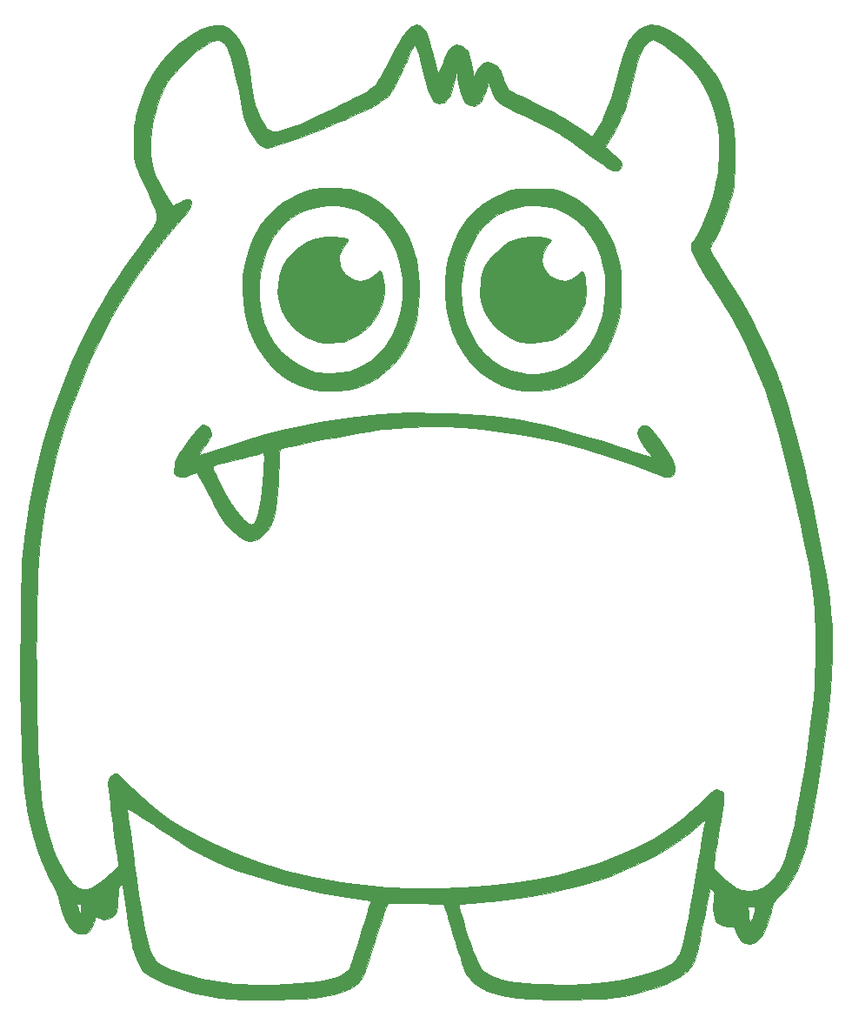
<source format=gbr>
%TF.GenerationSoftware,KiCad,Pcbnew,8.0.1*%
%TF.CreationDate,2024-04-02T10:26:23+02:00*%
%TF.ProjectId,Monster,4d6f6e73-7465-4722-9e6b-696361645f70,rev?*%
%TF.SameCoordinates,Original*%
%TF.FileFunction,Legend,Top*%
%TF.FilePolarity,Positive*%
%FSLAX46Y46*%
G04 Gerber Fmt 4.6, Leading zero omitted, Abs format (unit mm)*
G04 Created by KiCad (PCBNEW 8.0.1) date 2024-04-02 10:26:23*
%MOMM*%
%LPD*%
G01*
G04 APERTURE LIST*
%ADD10C,0.010000*%
G04 APERTURE END LIST*
D10*
%TO.C,G\u002A\u002A\u002A*%
X52907775Y-43841338D02*
X53340986Y-43870483D01*
X53704566Y-43922487D01*
X53969505Y-43996711D01*
X54106790Y-44092517D01*
X54119467Y-44135920D01*
X54069032Y-44270542D01*
X53939831Y-44476462D01*
X53833677Y-44616751D01*
X53485622Y-45113475D01*
X53285394Y-45575546D01*
X53224807Y-46034154D01*
X53295680Y-46520486D01*
X53315432Y-46591891D01*
X53534003Y-47067882D01*
X53878212Y-47488715D01*
X54311935Y-47826712D01*
X54799045Y-48054195D01*
X55303417Y-48143486D01*
X55341049Y-48143839D01*
X55654975Y-48087314D01*
X56034829Y-47937256D01*
X56427367Y-47720429D01*
X56779343Y-47463598D01*
X56884161Y-47368171D01*
X57083943Y-47180327D01*
X57201543Y-47100018D01*
X57271794Y-47112378D01*
X57319181Y-47182526D01*
X57390889Y-47382739D01*
X57470119Y-47708623D01*
X57548008Y-48117313D01*
X57615694Y-48565939D01*
X57631865Y-48695000D01*
X57638909Y-49218919D01*
X57556994Y-49824152D01*
X57397816Y-50455839D01*
X57173071Y-51059125D01*
X57090322Y-51235000D01*
X56595292Y-52043333D01*
X55974771Y-52740668D01*
X55237914Y-53318697D01*
X54393875Y-53769109D01*
X54220303Y-53840296D01*
X53906846Y-53955134D01*
X53629442Y-54032292D01*
X53335091Y-54080872D01*
X52970788Y-54109978D01*
X52553133Y-54126622D01*
X52067576Y-54135705D01*
X51705447Y-54125700D01*
X51421533Y-54092797D01*
X51170620Y-54033183D01*
X51071467Y-54001710D01*
X50141458Y-53611566D01*
X49330186Y-53109778D01*
X48644091Y-52505417D01*
X48089611Y-51807555D01*
X47673184Y-51025263D01*
X47401250Y-50167614D01*
X47280246Y-49243680D01*
X47282657Y-48663410D01*
X47412270Y-47750792D01*
X47694945Y-46892119D01*
X48118702Y-46103469D01*
X48671557Y-45400919D01*
X49341530Y-44800547D01*
X50116637Y-44318432D01*
X50712719Y-44060873D01*
X51058890Y-43966135D01*
X51480493Y-43897451D01*
X51948517Y-43854183D01*
X52433948Y-43835692D01*
X52907775Y-43841338D01*
G36*
X52907775Y-43841338D02*
G01*
X53340986Y-43870483D01*
X53704566Y-43922487D01*
X53969505Y-43996711D01*
X54106790Y-44092517D01*
X54119467Y-44135920D01*
X54069032Y-44270542D01*
X53939831Y-44476462D01*
X53833677Y-44616751D01*
X53485622Y-45113475D01*
X53285394Y-45575546D01*
X53224807Y-46034154D01*
X53295680Y-46520486D01*
X53315432Y-46591891D01*
X53534003Y-47067882D01*
X53878212Y-47488715D01*
X54311935Y-47826712D01*
X54799045Y-48054195D01*
X55303417Y-48143486D01*
X55341049Y-48143839D01*
X55654975Y-48087314D01*
X56034829Y-47937256D01*
X56427367Y-47720429D01*
X56779343Y-47463598D01*
X56884161Y-47368171D01*
X57083943Y-47180327D01*
X57201543Y-47100018D01*
X57271794Y-47112378D01*
X57319181Y-47182526D01*
X57390889Y-47382739D01*
X57470119Y-47708623D01*
X57548008Y-48117313D01*
X57615694Y-48565939D01*
X57631865Y-48695000D01*
X57638909Y-49218919D01*
X57556994Y-49824152D01*
X57397816Y-50455839D01*
X57173071Y-51059125D01*
X57090322Y-51235000D01*
X56595292Y-52043333D01*
X55974771Y-52740668D01*
X55237914Y-53318697D01*
X54393875Y-53769109D01*
X54220303Y-53840296D01*
X53906846Y-53955134D01*
X53629442Y-54032292D01*
X53335091Y-54080872D01*
X52970788Y-54109978D01*
X52553133Y-54126622D01*
X52067576Y-54135705D01*
X51705447Y-54125700D01*
X51421533Y-54092797D01*
X51170620Y-54033183D01*
X51071467Y-54001710D01*
X50141458Y-53611566D01*
X49330186Y-53109778D01*
X48644091Y-52505417D01*
X48089611Y-51807555D01*
X47673184Y-51025263D01*
X47401250Y-50167614D01*
X47280246Y-49243680D01*
X47282657Y-48663410D01*
X47412270Y-47750792D01*
X47694945Y-46892119D01*
X48118702Y-46103469D01*
X48671557Y-45400919D01*
X49341530Y-44800547D01*
X50116637Y-44318432D01*
X50712719Y-44060873D01*
X51058890Y-43966135D01*
X51480493Y-43897451D01*
X51948517Y-43854183D01*
X52433948Y-43835692D01*
X52907775Y-43841338D01*
G37*
X72726783Y-43848107D02*
X73232526Y-43896133D01*
X73589037Y-43975801D01*
X73805124Y-44088480D01*
X73821474Y-44103721D01*
X73880804Y-44189149D01*
X73863204Y-44286999D01*
X73751832Y-44436165D01*
X73610912Y-44589973D01*
X73284361Y-45050827D01*
X73073055Y-45594644D01*
X73000133Y-46148099D01*
X73061641Y-46528839D01*
X73223889Y-46942628D01*
X73453463Y-47321596D01*
X73712047Y-47594160D01*
X74252171Y-47930509D01*
X74779341Y-48100878D01*
X75302691Y-48104952D01*
X75831353Y-47942416D01*
X76374459Y-47612954D01*
X76522520Y-47497169D01*
X76733828Y-47336892D01*
X76898597Y-47233977D01*
X76956016Y-47213333D01*
X77051170Y-47293947D01*
X77134556Y-47519921D01*
X77202016Y-47867452D01*
X77249390Y-48312738D01*
X77272518Y-48831975D01*
X77274106Y-49033667D01*
X77266993Y-49523053D01*
X77243350Y-49894232D01*
X77196890Y-50198017D01*
X77121331Y-50485224D01*
X77078381Y-50616124D01*
X76701787Y-51457796D01*
X76179680Y-52221181D01*
X75523426Y-52891729D01*
X74975158Y-53308257D01*
X74428677Y-53633006D01*
X73883328Y-53863735D01*
X73291775Y-54014489D01*
X72606680Y-54099316D01*
X72238133Y-54120438D01*
X71792395Y-54134649D01*
X71462423Y-54130624D01*
X71195110Y-54102653D01*
X70937354Y-54045025D01*
X70636049Y-53952032D01*
X70618794Y-53946320D01*
X69780603Y-53584896D01*
X69015462Y-53089026D01*
X68346428Y-52478668D01*
X67796559Y-51773783D01*
X67500866Y-51247290D01*
X67242189Y-50633692D01*
X67081091Y-50050315D01*
X67006439Y-49437420D01*
X67007100Y-48735267D01*
X67012544Y-48626884D01*
X67091900Y-47871682D01*
X67251665Y-47216971D01*
X67509735Y-46624171D01*
X67884001Y-46054701D01*
X68392358Y-45469982D01*
X68552274Y-45307132D01*
X69178904Y-44744368D01*
X69795172Y-44330059D01*
X70436032Y-44049501D01*
X71136437Y-43887992D01*
X71931339Y-43830829D01*
X72063000Y-43830354D01*
X72726783Y-43848107D01*
G36*
X72726783Y-43848107D02*
G01*
X73232526Y-43896133D01*
X73589037Y-43975801D01*
X73805124Y-44088480D01*
X73821474Y-44103721D01*
X73880804Y-44189149D01*
X73863204Y-44286999D01*
X73751832Y-44436165D01*
X73610912Y-44589973D01*
X73284361Y-45050827D01*
X73073055Y-45594644D01*
X73000133Y-46148099D01*
X73061641Y-46528839D01*
X73223889Y-46942628D01*
X73453463Y-47321596D01*
X73712047Y-47594160D01*
X74252171Y-47930509D01*
X74779341Y-48100878D01*
X75302691Y-48104952D01*
X75831353Y-47942416D01*
X76374459Y-47612954D01*
X76522520Y-47497169D01*
X76733828Y-47336892D01*
X76898597Y-47233977D01*
X76956016Y-47213333D01*
X77051170Y-47293947D01*
X77134556Y-47519921D01*
X77202016Y-47867452D01*
X77249390Y-48312738D01*
X77272518Y-48831975D01*
X77274106Y-49033667D01*
X77266993Y-49523053D01*
X77243350Y-49894232D01*
X77196890Y-50198017D01*
X77121331Y-50485224D01*
X77078381Y-50616124D01*
X76701787Y-51457796D01*
X76179680Y-52221181D01*
X75523426Y-52891729D01*
X74975158Y-53308257D01*
X74428677Y-53633006D01*
X73883328Y-53863735D01*
X73291775Y-54014489D01*
X72606680Y-54099316D01*
X72238133Y-54120438D01*
X71792395Y-54134649D01*
X71462423Y-54130624D01*
X71195110Y-54102653D01*
X70937354Y-54045025D01*
X70636049Y-53952032D01*
X70618794Y-53946320D01*
X69780603Y-53584896D01*
X69015462Y-53089026D01*
X68346428Y-52478668D01*
X67796559Y-51773783D01*
X67500866Y-51247290D01*
X67242189Y-50633692D01*
X67081091Y-50050315D01*
X67006439Y-49437420D01*
X67007100Y-48735267D01*
X67012544Y-48626884D01*
X67091900Y-47871682D01*
X67251665Y-47216971D01*
X67509735Y-46624171D01*
X67884001Y-46054701D01*
X68392358Y-45469982D01*
X68552274Y-45307132D01*
X69178904Y-44744368D01*
X69795172Y-44330059D01*
X70436032Y-44049501D01*
X71136437Y-43887992D01*
X71931339Y-43830829D01*
X72063000Y-43830354D01*
X72726783Y-43848107D01*
G37*
X52466397Y-39101382D02*
X52764800Y-39107906D01*
X53314154Y-39122436D01*
X53732227Y-39140226D01*
X54057063Y-39166281D01*
X54326705Y-39205606D01*
X54579196Y-39263205D01*
X54852579Y-39344083D01*
X55050800Y-39408624D01*
X55816980Y-39695439D01*
X56487250Y-40025795D01*
X57106927Y-40428287D01*
X57721324Y-40931511D01*
X58226012Y-41412321D01*
X58938061Y-42191022D01*
X59524232Y-42985783D01*
X60004255Y-43832138D01*
X60397859Y-44765618D01*
X60724772Y-45821758D01*
X60769223Y-45992747D01*
X60904499Y-46691733D01*
X60992953Y-47511243D01*
X61035140Y-48409230D01*
X61031617Y-49343646D01*
X60982941Y-50272445D01*
X60889668Y-51153580D01*
X60752355Y-51945005D01*
X60686798Y-52220985D01*
X60292013Y-53433961D01*
X59765645Y-54545985D01*
X59111171Y-55552027D01*
X58332062Y-56447062D01*
X57431794Y-57226061D01*
X57034598Y-57506669D01*
X56105029Y-58043731D01*
X55134980Y-58439712D01*
X54106674Y-58698773D01*
X53002336Y-58825073D01*
X51804189Y-58822772D01*
X51494800Y-58803107D01*
X50466137Y-58643009D01*
X49463748Y-58324954D01*
X48502500Y-57859934D01*
X47597260Y-57258940D01*
X46762894Y-56532963D01*
X46014271Y-55692995D01*
X45366256Y-54750028D01*
X44945324Y-53960935D01*
X44463600Y-52760732D01*
X44118752Y-51506737D01*
X43909654Y-50219084D01*
X43835186Y-48917905D01*
X43850927Y-48572717D01*
X45463054Y-48572717D01*
X45479037Y-49806498D01*
X45637895Y-51020121D01*
X45921393Y-52124000D01*
X46346956Y-53177665D01*
X46904419Y-54128793D01*
X47588289Y-54970971D01*
X48393071Y-55697784D01*
X49313269Y-56302819D01*
X49654455Y-56481126D01*
X50158319Y-56718937D01*
X50582303Y-56889306D01*
X50973679Y-57001979D01*
X51379719Y-57066701D01*
X51847698Y-57093215D01*
X52424886Y-57091267D01*
X52595467Y-57087382D01*
X53152857Y-57067545D01*
X53583554Y-57036664D01*
X53930096Y-56989610D01*
X54235020Y-56921252D01*
X54415800Y-56867844D01*
X55405787Y-56468056D01*
X56298262Y-55931351D01*
X57090349Y-55261228D01*
X57779175Y-54461191D01*
X58361862Y-53534740D01*
X58835537Y-52485377D01*
X59197323Y-51316604D01*
X59284583Y-50938667D01*
X59359544Y-50454190D01*
X59408737Y-49855099D01*
X59431328Y-49194264D01*
X59426485Y-48524560D01*
X59393375Y-47898857D01*
X59339945Y-47425000D01*
X59086760Y-46219061D01*
X58714946Y-45114377D01*
X58229365Y-44117858D01*
X57634879Y-43236415D01*
X56936350Y-42476957D01*
X56138638Y-41846394D01*
X55246606Y-41351635D01*
X54989737Y-41242038D01*
X54051066Y-40953471D01*
X53057906Y-40809342D01*
X52040142Y-40807272D01*
X51027660Y-40944885D01*
X50050343Y-41219801D01*
X49138076Y-41629644D01*
X48978255Y-41720398D01*
X48572383Y-42003388D01*
X48120560Y-42390181D01*
X47663764Y-42839262D01*
X47242972Y-43309119D01*
X46899162Y-43758236D01*
X46773858Y-43953667D01*
X46245347Y-45009253D01*
X45848909Y-46148212D01*
X45587245Y-47344661D01*
X45463054Y-48572717D01*
X43850927Y-48572717D01*
X43894222Y-47623334D01*
X44085640Y-46355505D01*
X44408317Y-45134551D01*
X44861130Y-43980605D01*
X45442954Y-42913801D01*
X45572711Y-42715619D01*
X45942586Y-42224275D01*
X46401137Y-41701194D01*
X46900221Y-41196291D01*
X47391693Y-40759481D01*
X47655715Y-40555977D01*
X48314054Y-40145346D01*
X49080126Y-39769005D01*
X49892455Y-39454799D01*
X50461374Y-39285267D01*
X50776545Y-39207466D01*
X51047670Y-39152503D01*
X51313483Y-39117396D01*
X51612719Y-39099162D01*
X51984113Y-39094818D01*
X52466397Y-39101382D01*
G36*
X52466397Y-39101382D02*
G01*
X52764800Y-39107906D01*
X53314154Y-39122436D01*
X53732227Y-39140226D01*
X54057063Y-39166281D01*
X54326705Y-39205606D01*
X54579196Y-39263205D01*
X54852579Y-39344083D01*
X55050800Y-39408624D01*
X55816980Y-39695439D01*
X56487250Y-40025795D01*
X57106927Y-40428287D01*
X57721324Y-40931511D01*
X58226012Y-41412321D01*
X58938061Y-42191022D01*
X59524232Y-42985783D01*
X60004255Y-43832138D01*
X60397859Y-44765618D01*
X60724772Y-45821758D01*
X60769223Y-45992747D01*
X60904499Y-46691733D01*
X60992953Y-47511243D01*
X61035140Y-48409230D01*
X61031617Y-49343646D01*
X60982941Y-50272445D01*
X60889668Y-51153580D01*
X60752355Y-51945005D01*
X60686798Y-52220985D01*
X60292013Y-53433961D01*
X59765645Y-54545985D01*
X59111171Y-55552027D01*
X58332062Y-56447062D01*
X57431794Y-57226061D01*
X57034598Y-57506669D01*
X56105029Y-58043731D01*
X55134980Y-58439712D01*
X54106674Y-58698773D01*
X53002336Y-58825073D01*
X51804189Y-58822772D01*
X51494800Y-58803107D01*
X50466137Y-58643009D01*
X49463748Y-58324954D01*
X48502500Y-57859934D01*
X47597260Y-57258940D01*
X46762894Y-56532963D01*
X46014271Y-55692995D01*
X45366256Y-54750028D01*
X44945324Y-53960935D01*
X44463600Y-52760732D01*
X44118752Y-51506737D01*
X43909654Y-50219084D01*
X43835186Y-48917905D01*
X43850927Y-48572717D01*
X45463054Y-48572717D01*
X45479037Y-49806498D01*
X45637895Y-51020121D01*
X45921393Y-52124000D01*
X46346956Y-53177665D01*
X46904419Y-54128793D01*
X47588289Y-54970971D01*
X48393071Y-55697784D01*
X49313269Y-56302819D01*
X49654455Y-56481126D01*
X50158319Y-56718937D01*
X50582303Y-56889306D01*
X50973679Y-57001979D01*
X51379719Y-57066701D01*
X51847698Y-57093215D01*
X52424886Y-57091267D01*
X52595467Y-57087382D01*
X53152857Y-57067545D01*
X53583554Y-57036664D01*
X53930096Y-56989610D01*
X54235020Y-56921252D01*
X54415800Y-56867844D01*
X55405787Y-56468056D01*
X56298262Y-55931351D01*
X57090349Y-55261228D01*
X57779175Y-54461191D01*
X58361862Y-53534740D01*
X58835537Y-52485377D01*
X59197323Y-51316604D01*
X59284583Y-50938667D01*
X59359544Y-50454190D01*
X59408737Y-49855099D01*
X59431328Y-49194264D01*
X59426485Y-48524560D01*
X59393375Y-47898857D01*
X59339945Y-47425000D01*
X59086760Y-46219061D01*
X58714946Y-45114377D01*
X58229365Y-44117858D01*
X57634879Y-43236415D01*
X56936350Y-42476957D01*
X56138638Y-41846394D01*
X55246606Y-41351635D01*
X54989737Y-41242038D01*
X54051066Y-40953471D01*
X53057906Y-40809342D01*
X52040142Y-40807272D01*
X51027660Y-40944885D01*
X50050343Y-41219801D01*
X49138076Y-41629644D01*
X48978255Y-41720398D01*
X48572383Y-42003388D01*
X48120560Y-42390181D01*
X47663764Y-42839262D01*
X47242972Y-43309119D01*
X46899162Y-43758236D01*
X46773858Y-43953667D01*
X46245347Y-45009253D01*
X45848909Y-46148212D01*
X45587245Y-47344661D01*
X45463054Y-48572717D01*
X43850927Y-48572717D01*
X43894222Y-47623334D01*
X44085640Y-46355505D01*
X44408317Y-45134551D01*
X44861130Y-43980605D01*
X45442954Y-42913801D01*
X45572711Y-42715619D01*
X45942586Y-42224275D01*
X46401137Y-41701194D01*
X46900221Y-41196291D01*
X47391693Y-40759481D01*
X47655715Y-40555977D01*
X48314054Y-40145346D01*
X49080126Y-39769005D01*
X49892455Y-39454799D01*
X50461374Y-39285267D01*
X50776545Y-39207466D01*
X51047670Y-39152503D01*
X51313483Y-39117396D01*
X51612719Y-39099162D01*
X51984113Y-39094818D01*
X52466397Y-39101382D01*
G37*
X74905133Y-39453853D02*
X75744122Y-39813000D01*
X76475874Y-40215698D01*
X77162322Y-40698067D01*
X77475369Y-40952799D01*
X78241132Y-41701402D01*
X78932031Y-42577451D01*
X79531026Y-43549238D01*
X80021077Y-44585053D01*
X80385144Y-45653188D01*
X80606188Y-46721936D01*
X80616005Y-46797070D01*
X80651224Y-47185587D01*
X80677138Y-47689997D01*
X80693740Y-48272499D01*
X80701023Y-48895290D01*
X80698980Y-49520567D01*
X80687605Y-50110530D01*
X80666892Y-50627374D01*
X80636833Y-51033299D01*
X80616777Y-51192667D01*
X80423881Y-52076107D01*
X80124453Y-53011731D01*
X79741030Y-53942106D01*
X79296146Y-54809799D01*
X79022156Y-55256667D01*
X78647759Y-55755780D01*
X78171546Y-56287431D01*
X77641030Y-56804314D01*
X77103723Y-57259125D01*
X76762939Y-57505998D01*
X75785194Y-58063948D01*
X74751235Y-58471488D01*
X73652128Y-58730704D01*
X72478937Y-58843681D01*
X71222727Y-58812504D01*
X71179800Y-58809046D01*
X70135275Y-58642104D01*
X69125851Y-58314723D01*
X68146300Y-57824561D01*
X67191391Y-57169273D01*
X66795882Y-56843783D01*
X66015339Y-56060817D01*
X65332696Y-55154965D01*
X64752542Y-54144647D01*
X64279470Y-53048282D01*
X63918068Y-51884290D01*
X63672928Y-50671090D01*
X63548639Y-49427101D01*
X63549040Y-48989596D01*
X65126133Y-48989596D01*
X65195063Y-50223826D01*
X65397418Y-51389064D01*
X65726546Y-52475912D01*
X66175797Y-53474973D01*
X66738518Y-54376850D01*
X67408058Y-55172146D01*
X68177765Y-55851465D01*
X69040987Y-56405408D01*
X69991074Y-56824580D01*
X70841133Y-57063468D01*
X71578157Y-57167630D01*
X72375153Y-57189587D01*
X73147349Y-57128968D01*
X73462682Y-57074956D01*
X74476603Y-56781361D01*
X75419139Y-56339134D01*
X76278545Y-55758127D01*
X77043076Y-55048189D01*
X77700986Y-54219173D01*
X78240529Y-53280930D01*
X78395343Y-52937801D01*
X78676149Y-52215351D01*
X78881660Y-51540068D01*
X79022823Y-50858854D01*
X79110581Y-50118611D01*
X79155882Y-49266240D01*
X79156499Y-49245333D01*
X79169533Y-48679474D01*
X79169410Y-48237308D01*
X79153315Y-47873509D01*
X79118432Y-47542752D01*
X79061946Y-47199713D01*
X79014503Y-46959333D01*
X78703540Y-45778786D01*
X78279901Y-44705351D01*
X77748566Y-43746192D01*
X77114514Y-42908470D01*
X76382725Y-42199348D01*
X75558180Y-41625986D01*
X75159133Y-41414624D01*
X74511924Y-41135637D01*
X73889523Y-40945118D01*
X73236855Y-40831343D01*
X72498842Y-40782589D01*
X72171463Y-40778667D01*
X71382648Y-40809076D01*
X70685374Y-40910120D01*
X70017174Y-41096523D01*
X69315583Y-41383009D01*
X69032533Y-41518554D01*
X68615434Y-41737657D01*
X68274104Y-41953842D01*
X67952056Y-42208282D01*
X67592801Y-42542147D01*
X67492081Y-42641333D01*
X67145772Y-42997012D01*
X66883920Y-43303537D01*
X66665467Y-43617580D01*
X66449358Y-43995817D01*
X66296055Y-44292333D01*
X65807781Y-45368193D01*
X65458283Y-46403026D01*
X65237614Y-47436769D01*
X65135828Y-48509358D01*
X65126133Y-48989596D01*
X63549040Y-48989596D01*
X63549793Y-48170743D01*
X63680980Y-46920435D01*
X63946789Y-45694598D01*
X63984359Y-45562333D01*
X64419901Y-44323455D01*
X64969462Y-43209652D01*
X65633773Y-42220144D01*
X66413566Y-41354150D01*
X67309571Y-40610892D01*
X68322519Y-39989587D01*
X69453141Y-39489457D01*
X69782800Y-39373723D01*
X70029955Y-39293567D01*
X70243822Y-39233579D01*
X70454929Y-39190805D01*
X70693805Y-39162290D01*
X70990980Y-39145079D01*
X71376983Y-39136219D01*
X71882343Y-39132755D01*
X72280467Y-39132008D01*
X74058467Y-39129918D01*
X74905133Y-39453853D01*
G36*
X74905133Y-39453853D02*
G01*
X75744122Y-39813000D01*
X76475874Y-40215698D01*
X77162322Y-40698067D01*
X77475369Y-40952799D01*
X78241132Y-41701402D01*
X78932031Y-42577451D01*
X79531026Y-43549238D01*
X80021077Y-44585053D01*
X80385144Y-45653188D01*
X80606188Y-46721936D01*
X80616005Y-46797070D01*
X80651224Y-47185587D01*
X80677138Y-47689997D01*
X80693740Y-48272499D01*
X80701023Y-48895290D01*
X80698980Y-49520567D01*
X80687605Y-50110530D01*
X80666892Y-50627374D01*
X80636833Y-51033299D01*
X80616777Y-51192667D01*
X80423881Y-52076107D01*
X80124453Y-53011731D01*
X79741030Y-53942106D01*
X79296146Y-54809799D01*
X79022156Y-55256667D01*
X78647759Y-55755780D01*
X78171546Y-56287431D01*
X77641030Y-56804314D01*
X77103723Y-57259125D01*
X76762939Y-57505998D01*
X75785194Y-58063948D01*
X74751235Y-58471488D01*
X73652128Y-58730704D01*
X72478937Y-58843681D01*
X71222727Y-58812504D01*
X71179800Y-58809046D01*
X70135275Y-58642104D01*
X69125851Y-58314723D01*
X68146300Y-57824561D01*
X67191391Y-57169273D01*
X66795882Y-56843783D01*
X66015339Y-56060817D01*
X65332696Y-55154965D01*
X64752542Y-54144647D01*
X64279470Y-53048282D01*
X63918068Y-51884290D01*
X63672928Y-50671090D01*
X63548639Y-49427101D01*
X63549040Y-48989596D01*
X65126133Y-48989596D01*
X65195063Y-50223826D01*
X65397418Y-51389064D01*
X65726546Y-52475912D01*
X66175797Y-53474973D01*
X66738518Y-54376850D01*
X67408058Y-55172146D01*
X68177765Y-55851465D01*
X69040987Y-56405408D01*
X69991074Y-56824580D01*
X70841133Y-57063468D01*
X71578157Y-57167630D01*
X72375153Y-57189587D01*
X73147349Y-57128968D01*
X73462682Y-57074956D01*
X74476603Y-56781361D01*
X75419139Y-56339134D01*
X76278545Y-55758127D01*
X77043076Y-55048189D01*
X77700986Y-54219173D01*
X78240529Y-53280930D01*
X78395343Y-52937801D01*
X78676149Y-52215351D01*
X78881660Y-51540068D01*
X79022823Y-50858854D01*
X79110581Y-50118611D01*
X79155882Y-49266240D01*
X79156499Y-49245333D01*
X79169533Y-48679474D01*
X79169410Y-48237308D01*
X79153315Y-47873509D01*
X79118432Y-47542752D01*
X79061946Y-47199713D01*
X79014503Y-46959333D01*
X78703540Y-45778786D01*
X78279901Y-44705351D01*
X77748566Y-43746192D01*
X77114514Y-42908470D01*
X76382725Y-42199348D01*
X75558180Y-41625986D01*
X75159133Y-41414624D01*
X74511924Y-41135637D01*
X73889523Y-40945118D01*
X73236855Y-40831343D01*
X72498842Y-40782589D01*
X72171463Y-40778667D01*
X71382648Y-40809076D01*
X70685374Y-40910120D01*
X70017174Y-41096523D01*
X69315583Y-41383009D01*
X69032533Y-41518554D01*
X68615434Y-41737657D01*
X68274104Y-41953842D01*
X67952056Y-42208282D01*
X67592801Y-42542147D01*
X67492081Y-42641333D01*
X67145772Y-42997012D01*
X66883920Y-43303537D01*
X66665467Y-43617580D01*
X66449358Y-43995817D01*
X66296055Y-44292333D01*
X65807781Y-45368193D01*
X65458283Y-46403026D01*
X65237614Y-47436769D01*
X65135828Y-48509358D01*
X65126133Y-48989596D01*
X63549040Y-48989596D01*
X63549793Y-48170743D01*
X63680980Y-46920435D01*
X63946789Y-45694598D01*
X63984359Y-45562333D01*
X64419901Y-44323455D01*
X64969462Y-43209652D01*
X65633773Y-42220144D01*
X66413566Y-41354150D01*
X67309571Y-40610892D01*
X68322519Y-39989587D01*
X69453141Y-39489457D01*
X69782800Y-39373723D01*
X70029955Y-39293567D01*
X70243822Y-39233579D01*
X70454929Y-39190805D01*
X70693805Y-39162290D01*
X70990980Y-39145079D01*
X71376983Y-39136219D01*
X71882343Y-39132755D01*
X72280467Y-39132008D01*
X74058467Y-39129918D01*
X74905133Y-39453853D01*
G37*
X63164634Y-60972887D02*
X64194800Y-61009115D01*
X65588459Y-61081733D01*
X66912447Y-61177495D01*
X68186538Y-61300439D01*
X69430508Y-61454603D01*
X70664129Y-61644026D01*
X71907178Y-61872744D01*
X73179427Y-62144797D01*
X74500652Y-62464222D01*
X75890627Y-62835057D01*
X77369126Y-63261341D01*
X78955923Y-63747111D01*
X80670794Y-64296407D01*
X81294685Y-64501041D01*
X81895398Y-64699312D01*
X82446710Y-64881651D01*
X82927274Y-65040969D01*
X83315746Y-65170177D01*
X83590780Y-65262185D01*
X83731029Y-65309904D01*
X83741703Y-65313765D01*
X83746464Y-65274905D01*
X83659559Y-65133307D01*
X83498372Y-64915779D01*
X83418807Y-64815756D01*
X83000697Y-64283206D01*
X82692232Y-63850574D01*
X82482383Y-63498985D01*
X82360121Y-63209564D01*
X82314416Y-62963437D01*
X82313467Y-62924110D01*
X82380015Y-62583894D01*
X82556075Y-62335576D01*
X82806267Y-62195974D01*
X83095211Y-62181906D01*
X83387529Y-62310189D01*
X83467129Y-62375722D01*
X83656128Y-62577020D01*
X83915517Y-62890288D01*
X84222714Y-63285966D01*
X84555140Y-63734495D01*
X84890214Y-64206315D01*
X85099564Y-64512718D01*
X85498256Y-65148193D01*
X85771506Y-65685098D01*
X85922374Y-66135138D01*
X85953921Y-66510017D01*
X85869208Y-66821442D01*
X85749775Y-66999445D01*
X85542386Y-67160999D01*
X85270401Y-67223132D01*
X84914878Y-67184669D01*
X84456876Y-67044433D01*
X84091467Y-66896511D01*
X81902353Y-66014242D01*
X79588513Y-65204882D01*
X77182154Y-64477739D01*
X74715483Y-63842122D01*
X72220708Y-63307338D01*
X70767557Y-63046032D01*
X68943909Y-62773677D01*
X67107011Y-62560855D01*
X65283063Y-62408697D01*
X63498264Y-62318334D01*
X61778814Y-62290895D01*
X60150912Y-62327510D01*
X58640758Y-62429311D01*
X58014133Y-62495786D01*
X57468684Y-62566841D01*
X56828389Y-62660220D01*
X56110364Y-62772664D01*
X55331728Y-62900919D01*
X54509598Y-63041726D01*
X53661093Y-63191829D01*
X52803329Y-63347971D01*
X51953424Y-63506894D01*
X51128497Y-63665343D01*
X50345665Y-63820060D01*
X49622046Y-63967788D01*
X48974757Y-64105270D01*
X48420917Y-64229249D01*
X47977642Y-64336469D01*
X47662052Y-64423673D01*
X47491262Y-64487603D01*
X47470748Y-64501829D01*
X47459461Y-64590871D01*
X47442815Y-64826551D01*
X47422039Y-65186303D01*
X47398360Y-65647561D01*
X47373005Y-66187759D01*
X47349067Y-66739492D01*
X47296811Y-67804520D01*
X47234675Y-68716439D01*
X47160901Y-69491278D01*
X47073731Y-70145066D01*
X46971409Y-70693834D01*
X46872594Y-71084907D01*
X46619765Y-71769596D01*
X46294389Y-72352722D01*
X45910361Y-72822959D01*
X45481575Y-73168981D01*
X45021924Y-73379462D01*
X44545304Y-73443074D01*
X44086467Y-73356092D01*
X43677350Y-73148472D01*
X43222925Y-72811030D01*
X42748751Y-72367735D01*
X42280385Y-71842557D01*
X41843385Y-71259466D01*
X41830072Y-71239923D01*
X41693468Y-71020567D01*
X41495371Y-70677707D01*
X41250939Y-70238830D01*
X40975328Y-69731426D01*
X40683694Y-69182982D01*
X40467452Y-68768746D01*
X40194092Y-68241817D01*
X39946164Y-67766010D01*
X39734299Y-67361557D01*
X39569128Y-67048691D01*
X39461283Y-66847645D01*
X39421915Y-66778917D01*
X39333162Y-66791011D01*
X39128361Y-66854481D01*
X38848131Y-66956442D01*
X38784970Y-66980962D01*
X38230757Y-67158360D01*
X37790392Y-67210898D01*
X37463374Y-67138601D01*
X37345340Y-67058502D01*
X37248925Y-66946202D01*
X37200947Y-66800187D01*
X37191124Y-66569965D01*
X37200545Y-66347427D01*
X37211041Y-66234993D01*
X40930585Y-66234993D01*
X40942455Y-66297247D01*
X40952104Y-66334919D01*
X41008628Y-66490381D01*
X41126061Y-66762760D01*
X41288962Y-67117826D01*
X41481891Y-67521354D01*
X41550016Y-67660333D01*
X41933839Y-68398691D01*
X42343509Y-69115825D01*
X42763991Y-69789897D01*
X43180249Y-70399070D01*
X43577250Y-70921504D01*
X43939958Y-71335363D01*
X44253338Y-71618807D01*
X44296621Y-71649726D01*
X44535259Y-71796613D01*
X44696997Y-71843625D01*
X44831876Y-71802950D01*
X44858260Y-71786537D01*
X45031107Y-71589056D01*
X45197490Y-71237076D01*
X45354434Y-70745397D01*
X45498962Y-70128816D01*
X45628100Y-69402134D01*
X45738872Y-68580149D01*
X45828302Y-67677659D01*
X45893416Y-66709463D01*
X45898268Y-66613805D01*
X45925808Y-66010746D01*
X45939868Y-65557284D01*
X45938796Y-65234096D01*
X45920940Y-65021861D01*
X45884647Y-64901256D01*
X45828265Y-64852958D01*
X45750141Y-64857644D01*
X45748137Y-64858204D01*
X45629246Y-64889236D01*
X45371153Y-64954952D01*
X44998949Y-65049018D01*
X44537723Y-65165101D01*
X44012565Y-65296870D01*
X43705467Y-65373760D01*
X42951335Y-65562411D01*
X42345534Y-65714948D01*
X41872260Y-65836890D01*
X41515706Y-65933753D01*
X41260069Y-66011054D01*
X41089544Y-66074312D01*
X40988324Y-66129042D01*
X40940606Y-66180764D01*
X40930585Y-66234993D01*
X37211041Y-66234993D01*
X37225513Y-66079985D01*
X37276547Y-65831410D01*
X37366227Y-65576042D01*
X37507136Y-65288218D01*
X37711854Y-64942278D01*
X37992961Y-64512560D01*
X38363040Y-63973403D01*
X38367843Y-63966494D01*
X38800786Y-63365848D01*
X39189176Y-62871447D01*
X39524258Y-62492941D01*
X39797276Y-62239982D01*
X39999474Y-62122221D01*
X40047885Y-62114667D01*
X40284885Y-62188493D01*
X40518446Y-62379609D01*
X40698671Y-62642470D01*
X40741506Y-62747767D01*
X40782209Y-62921741D01*
X40775777Y-63095695D01*
X40710494Y-63296396D01*
X40574642Y-63550610D01*
X40356507Y-63885104D01*
X40059716Y-64305329D01*
X39851821Y-64602475D01*
X39692476Y-64846122D01*
X39600816Y-65005992D01*
X39587606Y-65052362D01*
X39674501Y-65036727D01*
X39902524Y-64974347D01*
X40251894Y-64871224D01*
X40702830Y-64733356D01*
X41235550Y-64566743D01*
X41830274Y-64377386D01*
X42110055Y-64287260D01*
X43179243Y-63943869D01*
X44116273Y-63648323D01*
X44948841Y-63392609D01*
X45704644Y-63168713D01*
X46411379Y-62968622D01*
X47096743Y-62784324D01*
X47788432Y-62607804D01*
X48514143Y-62431050D01*
X48580686Y-62415186D01*
X51369634Y-61833741D01*
X54234874Y-61397674D01*
X57164036Y-61108100D01*
X60144746Y-60966133D01*
X63164634Y-60972887D01*
G36*
X63164634Y-60972887D02*
G01*
X64194800Y-61009115D01*
X65588459Y-61081733D01*
X66912447Y-61177495D01*
X68186538Y-61300439D01*
X69430508Y-61454603D01*
X70664129Y-61644026D01*
X71907178Y-61872744D01*
X73179427Y-62144797D01*
X74500652Y-62464222D01*
X75890627Y-62835057D01*
X77369126Y-63261341D01*
X78955923Y-63747111D01*
X80670794Y-64296407D01*
X81294685Y-64501041D01*
X81895398Y-64699312D01*
X82446710Y-64881651D01*
X82927274Y-65040969D01*
X83315746Y-65170177D01*
X83590780Y-65262185D01*
X83731029Y-65309904D01*
X83741703Y-65313765D01*
X83746464Y-65274905D01*
X83659559Y-65133307D01*
X83498372Y-64915779D01*
X83418807Y-64815756D01*
X83000697Y-64283206D01*
X82692232Y-63850574D01*
X82482383Y-63498985D01*
X82360121Y-63209564D01*
X82314416Y-62963437D01*
X82313467Y-62924110D01*
X82380015Y-62583894D01*
X82556075Y-62335576D01*
X82806267Y-62195974D01*
X83095211Y-62181906D01*
X83387529Y-62310189D01*
X83467129Y-62375722D01*
X83656128Y-62577020D01*
X83915517Y-62890288D01*
X84222714Y-63285966D01*
X84555140Y-63734495D01*
X84890214Y-64206315D01*
X85099564Y-64512718D01*
X85498256Y-65148193D01*
X85771506Y-65685098D01*
X85922374Y-66135138D01*
X85953921Y-66510017D01*
X85869208Y-66821442D01*
X85749775Y-66999445D01*
X85542386Y-67160999D01*
X85270401Y-67223132D01*
X84914878Y-67184669D01*
X84456876Y-67044433D01*
X84091467Y-66896511D01*
X81902353Y-66014242D01*
X79588513Y-65204882D01*
X77182154Y-64477739D01*
X74715483Y-63842122D01*
X72220708Y-63307338D01*
X70767557Y-63046032D01*
X68943909Y-62773677D01*
X67107011Y-62560855D01*
X65283063Y-62408697D01*
X63498264Y-62318334D01*
X61778814Y-62290895D01*
X60150912Y-62327510D01*
X58640758Y-62429311D01*
X58014133Y-62495786D01*
X57468684Y-62566841D01*
X56828389Y-62660220D01*
X56110364Y-62772664D01*
X55331728Y-62900919D01*
X54509598Y-63041726D01*
X53661093Y-63191829D01*
X52803329Y-63347971D01*
X51953424Y-63506894D01*
X51128497Y-63665343D01*
X50345665Y-63820060D01*
X49622046Y-63967788D01*
X48974757Y-64105270D01*
X48420917Y-64229249D01*
X47977642Y-64336469D01*
X47662052Y-64423673D01*
X47491262Y-64487603D01*
X47470748Y-64501829D01*
X47459461Y-64590871D01*
X47442815Y-64826551D01*
X47422039Y-65186303D01*
X47398360Y-65647561D01*
X47373005Y-66187759D01*
X47349067Y-66739492D01*
X47296811Y-67804520D01*
X47234675Y-68716439D01*
X47160901Y-69491278D01*
X47073731Y-70145066D01*
X46971409Y-70693834D01*
X46872594Y-71084907D01*
X46619765Y-71769596D01*
X46294389Y-72352722D01*
X45910361Y-72822959D01*
X45481575Y-73168981D01*
X45021924Y-73379462D01*
X44545304Y-73443074D01*
X44086467Y-73356092D01*
X43677350Y-73148472D01*
X43222925Y-72811030D01*
X42748751Y-72367735D01*
X42280385Y-71842557D01*
X41843385Y-71259466D01*
X41830072Y-71239923D01*
X41693468Y-71020567D01*
X41495371Y-70677707D01*
X41250939Y-70238830D01*
X40975328Y-69731426D01*
X40683694Y-69182982D01*
X40467452Y-68768746D01*
X40194092Y-68241817D01*
X39946164Y-67766010D01*
X39734299Y-67361557D01*
X39569128Y-67048691D01*
X39461283Y-66847645D01*
X39421915Y-66778917D01*
X39333162Y-66791011D01*
X39128361Y-66854481D01*
X38848131Y-66956442D01*
X38784970Y-66980962D01*
X38230757Y-67158360D01*
X37790392Y-67210898D01*
X37463374Y-67138601D01*
X37345340Y-67058502D01*
X37248925Y-66946202D01*
X37200947Y-66800187D01*
X37191124Y-66569965D01*
X37200545Y-66347427D01*
X37211041Y-66234993D01*
X40930585Y-66234993D01*
X40942455Y-66297247D01*
X40952104Y-66334919D01*
X41008628Y-66490381D01*
X41126061Y-66762760D01*
X41288962Y-67117826D01*
X41481891Y-67521354D01*
X41550016Y-67660333D01*
X41933839Y-68398691D01*
X42343509Y-69115825D01*
X42763991Y-69789897D01*
X43180249Y-70399070D01*
X43577250Y-70921504D01*
X43939958Y-71335363D01*
X44253338Y-71618807D01*
X44296621Y-71649726D01*
X44535259Y-71796613D01*
X44696997Y-71843625D01*
X44831876Y-71802950D01*
X44858260Y-71786537D01*
X45031107Y-71589056D01*
X45197490Y-71237076D01*
X45354434Y-70745397D01*
X45498962Y-70128816D01*
X45628100Y-69402134D01*
X45738872Y-68580149D01*
X45828302Y-67677659D01*
X45893416Y-66709463D01*
X45898268Y-66613805D01*
X45925808Y-66010746D01*
X45939868Y-65557284D01*
X45938796Y-65234096D01*
X45920940Y-65021861D01*
X45884647Y-64901256D01*
X45828265Y-64852958D01*
X45750141Y-64857644D01*
X45748137Y-64858204D01*
X45629246Y-64889236D01*
X45371153Y-64954952D01*
X44998949Y-65049018D01*
X44537723Y-65165101D01*
X44012565Y-65296870D01*
X43705467Y-65373760D01*
X42951335Y-65562411D01*
X42345534Y-65714948D01*
X41872260Y-65836890D01*
X41515706Y-65933753D01*
X41260069Y-66011054D01*
X41089544Y-66074312D01*
X40988324Y-66129042D01*
X40940606Y-66180764D01*
X40930585Y-66234993D01*
X37211041Y-66234993D01*
X37225513Y-66079985D01*
X37276547Y-65831410D01*
X37366227Y-65576042D01*
X37507136Y-65288218D01*
X37711854Y-64942278D01*
X37992961Y-64512560D01*
X38363040Y-63973403D01*
X38367843Y-63966494D01*
X38800786Y-63365848D01*
X39189176Y-62871447D01*
X39524258Y-62492941D01*
X39797276Y-62239982D01*
X39999474Y-62122221D01*
X40047885Y-62114667D01*
X40284885Y-62188493D01*
X40518446Y-62379609D01*
X40698671Y-62642470D01*
X40741506Y-62747767D01*
X40782209Y-62921741D01*
X40775777Y-63095695D01*
X40710494Y-63296396D01*
X40574642Y-63550610D01*
X40356507Y-63885104D01*
X40059716Y-64305329D01*
X39851821Y-64602475D01*
X39692476Y-64846122D01*
X39600816Y-65005992D01*
X39587606Y-65052362D01*
X39674501Y-65036727D01*
X39902524Y-64974347D01*
X40251894Y-64871224D01*
X40702830Y-64733356D01*
X41235550Y-64566743D01*
X41830274Y-64377386D01*
X42110055Y-64287260D01*
X43179243Y-63943869D01*
X44116273Y-63648323D01*
X44948841Y-63392609D01*
X45704644Y-63168713D01*
X46411379Y-62968622D01*
X47096743Y-62784324D01*
X47788432Y-62607804D01*
X48514143Y-62431050D01*
X48580686Y-62415186D01*
X51369634Y-61833741D01*
X54234874Y-61397674D01*
X57164036Y-61108100D01*
X60144746Y-60966133D01*
X63164634Y-60972887D01*
G37*
X61009703Y-23226880D02*
X61215704Y-23339691D01*
X61410040Y-23505050D01*
X61595624Y-23765804D01*
X61778314Y-24136000D01*
X61963964Y-24629680D01*
X62158432Y-25260888D01*
X62367574Y-26043668D01*
X62404358Y-26190213D01*
X62531273Y-26682532D01*
X62651058Y-27115430D01*
X62755890Y-27463065D01*
X62837945Y-27699594D01*
X62889398Y-27799175D01*
X62891860Y-27800421D01*
X62975881Y-27744105D01*
X63092587Y-27552771D01*
X63228464Y-27254311D01*
X63369994Y-26876616D01*
X63433993Y-26681667D01*
X63655067Y-26110295D01*
X63917730Y-25656281D01*
X64209793Y-25335941D01*
X64519065Y-25165590D01*
X64576943Y-25151866D01*
X64938598Y-25164265D01*
X65301802Y-25315779D01*
X65617089Y-25584056D01*
X65665447Y-25643694D01*
X65829002Y-25936630D01*
X65984770Y-26360186D01*
X66121761Y-26875679D01*
X66228985Y-27444426D01*
X66273083Y-27782333D01*
X66337252Y-28375000D01*
X66565484Y-27865909D01*
X66811230Y-27428096D01*
X67101412Y-27090832D01*
X67411672Y-26876920D01*
X67694836Y-26808667D01*
X67983489Y-26870440D01*
X68312028Y-27030277D01*
X68619848Y-27249948D01*
X68846344Y-27491226D01*
X68889396Y-27562151D01*
X68977210Y-27757053D01*
X69098700Y-28058985D01*
X69232771Y-28414743D01*
X69285769Y-28561810D01*
X69423009Y-28914391D01*
X69564909Y-29223507D01*
X69688351Y-29440663D01*
X69730002Y-29493694D01*
X69855451Y-29581415D01*
X70111226Y-29727188D01*
X70473633Y-29918701D01*
X70918975Y-30143641D01*
X71423559Y-30389697D01*
X71779141Y-30558438D01*
X72581105Y-30937587D01*
X73258289Y-31265283D01*
X73840950Y-31558167D01*
X74359346Y-31832879D01*
X74843735Y-32106059D01*
X75324375Y-32394348D01*
X75831525Y-32714385D01*
X76395442Y-33082813D01*
X76523298Y-33167482D01*
X77914749Y-34090561D01*
X78255000Y-33561114D01*
X78794906Y-32622484D01*
X79279594Y-31568887D01*
X79714990Y-30385298D01*
X80107024Y-29056696D01*
X80243053Y-28522159D01*
X80502980Y-27506747D01*
X80750430Y-26643536D01*
X80991889Y-25916457D01*
X81233841Y-25309442D01*
X81482773Y-24806425D01*
X81745171Y-24391336D01*
X82027521Y-24048108D01*
X82064618Y-24009378D01*
X82567847Y-23575875D01*
X83077031Y-23307954D01*
X83603638Y-23201953D01*
X84159135Y-23254212D01*
X84308562Y-23292935D01*
X85137978Y-23610774D01*
X85992986Y-24090038D01*
X86875732Y-24732162D01*
X87788363Y-25538586D01*
X88060003Y-25804466D01*
X88808056Y-26598792D01*
X89443441Y-27382727D01*
X89980921Y-28184746D01*
X90435258Y-29033327D01*
X90821214Y-29956947D01*
X91153552Y-30984084D01*
X91447034Y-32143214D01*
X91521278Y-32481333D01*
X91586667Y-32795088D01*
X91638093Y-33070719D01*
X91677247Y-33334609D01*
X91705815Y-33613138D01*
X91725488Y-33932686D01*
X91737955Y-34319635D01*
X91744904Y-34800365D01*
X91748024Y-35401258D01*
X91748935Y-36037333D01*
X91747778Y-36836516D01*
X91740715Y-37495980D01*
X91724152Y-38045324D01*
X91694499Y-38514147D01*
X91648163Y-38932047D01*
X91581555Y-39328623D01*
X91491081Y-39733474D01*
X91373150Y-40176199D01*
X91224171Y-40686396D01*
X91158204Y-40905667D01*
X90773110Y-42038906D01*
X90328694Y-43068320D01*
X89805071Y-44044391D01*
X89614909Y-44377643D01*
X89462433Y-44664148D01*
X89365778Y-44868607D01*
X89340800Y-44948141D01*
X89387759Y-45084929D01*
X89525283Y-45353022D01*
X89748343Y-45743957D01*
X90051911Y-46249270D01*
X90430958Y-46860498D01*
X90880454Y-47569177D01*
X91114292Y-47933000D01*
X91604671Y-48703534D01*
X92042070Y-49416168D01*
X92448734Y-50110262D01*
X92846913Y-50825176D01*
X93258853Y-51600271D01*
X93706803Y-52474906D01*
X93909222Y-52877788D01*
X94491617Y-54061857D01*
X94993966Y-55126994D01*
X95426965Y-56097234D01*
X95801311Y-56996613D01*
X96127702Y-57849164D01*
X96154268Y-57922147D01*
X96525645Y-59004409D01*
X96911203Y-60236760D01*
X97306771Y-61600950D01*
X97708182Y-63078733D01*
X98111267Y-64651861D01*
X98511857Y-66302085D01*
X98905784Y-68011158D01*
X99288878Y-69760832D01*
X99656972Y-71532858D01*
X100005895Y-73308990D01*
X100331481Y-75070978D01*
X100629560Y-76800575D01*
X100895963Y-78479533D01*
X100980391Y-79048000D01*
X101124452Y-80287601D01*
X101217598Y-81659921D01*
X101260048Y-83136253D01*
X101252026Y-84687890D01*
X101193752Y-86286123D01*
X101085447Y-87902245D01*
X100927333Y-89507548D01*
X100897806Y-89758333D01*
X100669412Y-91583854D01*
X100430092Y-93363007D01*
X100182411Y-95080287D01*
X99928933Y-96720188D01*
X99672223Y-98267206D01*
X99414847Y-99705835D01*
X99159368Y-101020570D01*
X98908353Y-102195906D01*
X98685044Y-103134911D01*
X98326277Y-104344106D01*
X97891996Y-105436439D01*
X97387824Y-106401610D01*
X96819382Y-107229321D01*
X96192291Y-107909271D01*
X95976708Y-108096795D01*
X95835085Y-108219737D01*
X95723462Y-108343733D01*
X95628507Y-108497827D01*
X95536889Y-108711061D01*
X95435277Y-109012477D01*
X95310340Y-109431118D01*
X95220423Y-109744389D01*
X94964186Y-110576155D01*
X94711870Y-111250437D01*
X94455463Y-111778662D01*
X94186952Y-112172258D01*
X93898328Y-112442653D01*
X93581578Y-112601273D01*
X93228691Y-112659548D01*
X93176171Y-112660350D01*
X92786228Y-112594702D01*
X92450835Y-112392269D01*
X92160171Y-112043576D01*
X91904412Y-111539147D01*
X91838011Y-111369500D01*
X91688461Y-110967333D01*
X91170797Y-110967202D01*
X90643609Y-110911781D01*
X90238397Y-110743603D01*
X89947916Y-110459340D01*
X89900495Y-110384034D01*
X89790495Y-110086307D01*
X89718882Y-109665044D01*
X89688717Y-109162318D01*
X89696963Y-108850667D01*
X91061233Y-108850667D01*
X91065568Y-109083272D01*
X91077004Y-109186841D01*
X91093185Y-109142395D01*
X91095381Y-109125833D01*
X91100375Y-109020000D01*
X93064951Y-109020000D01*
X93113241Y-109633833D01*
X93156476Y-110110763D01*
X93201704Y-110422004D01*
X93254603Y-110571158D01*
X93320853Y-110561828D01*
X93406132Y-110397620D01*
X93516120Y-110082134D01*
X93566213Y-109921248D01*
X93680418Y-109530241D01*
X93734801Y-109272082D01*
X93724450Y-109119436D01*
X93644450Y-109044967D01*
X93489887Y-109021339D01*
X93404209Y-109020000D01*
X93064951Y-109020000D01*
X91100375Y-109020000D01*
X91109392Y-108828948D01*
X91095381Y-108575500D01*
X91078780Y-108511598D01*
X91066636Y-108598038D01*
X91061303Y-108815842D01*
X91061233Y-108850667D01*
X89696963Y-108850667D01*
X89703061Y-108620199D01*
X89743373Y-108223914D01*
X89781959Y-107912822D01*
X89785797Y-107715537D01*
X89745378Y-107578428D01*
X89651196Y-107447861D01*
X89594342Y-107383217D01*
X89365356Y-107126937D01*
X89095254Y-108560302D01*
X88876299Y-109716468D01*
X88683203Y-110718863D01*
X88512112Y-111580426D01*
X88359171Y-112314090D01*
X88220527Y-112932794D01*
X88092328Y-113449473D01*
X87970718Y-113877064D01*
X87851845Y-114228502D01*
X87731854Y-114516724D01*
X87606893Y-114754667D01*
X87473107Y-114955267D01*
X87326644Y-115131460D01*
X87163648Y-115296182D01*
X87060368Y-115391248D01*
X86545971Y-115778968D01*
X85881654Y-116158959D01*
X85086827Y-116524291D01*
X84180903Y-116868032D01*
X83183291Y-117183251D01*
X82113404Y-117463018D01*
X80990653Y-117700401D01*
X80228036Y-117830810D01*
X79694300Y-117896481D01*
X79018309Y-117952612D01*
X78226905Y-117998643D01*
X77346928Y-118034014D01*
X76405219Y-118058164D01*
X75428618Y-118070532D01*
X74443966Y-118070558D01*
X73478104Y-118057681D01*
X72557872Y-118031341D01*
X71941800Y-118003890D01*
X70632508Y-117900503D01*
X69476680Y-117734430D01*
X68469755Y-117503823D01*
X67607170Y-117206837D01*
X66884364Y-116841626D01*
X66296774Y-116406342D01*
X65839840Y-115899140D01*
X65554874Y-115418731D01*
X65483192Y-115240321D01*
X65371703Y-114927515D01*
X65229675Y-114507983D01*
X65066375Y-114009395D01*
X64891071Y-113459422D01*
X64787092Y-113126333D01*
X64589960Y-112490410D01*
X64383456Y-111825382D01*
X64181396Y-111175670D01*
X63997601Y-110585693D01*
X63845886Y-110099874D01*
X63809018Y-109982115D01*
X63435015Y-108788498D01*
X64906079Y-108788498D01*
X64913630Y-108882179D01*
X64965942Y-109112100D01*
X65055720Y-109453372D01*
X65175667Y-109881102D01*
X65318488Y-110370399D01*
X65476885Y-110896373D01*
X65643562Y-111434131D01*
X65811223Y-111958783D01*
X65972573Y-112445436D01*
X66011214Y-112558669D01*
X66321435Y-113422160D01*
X66602371Y-114121004D01*
X66854889Y-114657182D01*
X67079855Y-115032675D01*
X67111278Y-115075264D01*
X67344756Y-115296877D01*
X67702155Y-115533735D01*
X68142115Y-115764258D01*
X68623275Y-115966863D01*
X69104276Y-116119972D01*
X69122359Y-116124617D01*
X69775666Y-116260539D01*
X70573379Y-116375909D01*
X71491672Y-116469468D01*
X72506721Y-116539952D01*
X73594699Y-116586102D01*
X74731783Y-116606656D01*
X75894145Y-116600353D01*
X77057963Y-116565933D01*
X77275800Y-116556180D01*
X79141975Y-116402154D01*
X80943028Y-116121566D01*
X82658616Y-115718284D01*
X84099573Y-115258419D01*
X84734461Y-115015979D01*
X85229079Y-114795277D01*
X85608008Y-114579363D01*
X85895831Y-114351284D01*
X86117132Y-114094090D01*
X86296493Y-113790830D01*
X86331170Y-113719622D01*
X86493690Y-113311509D01*
X86667647Y-112749311D01*
X86853484Y-112030955D01*
X87051642Y-111154366D01*
X87262563Y-110117473D01*
X87486690Y-108918202D01*
X87724465Y-107554480D01*
X87976329Y-106024233D01*
X87990005Y-105938906D01*
X88108042Y-105209608D01*
X88231389Y-104461862D01*
X88353917Y-103731817D01*
X88469497Y-103055624D01*
X88572000Y-102469433D01*
X88655297Y-102009395D01*
X88664950Y-101957787D01*
X88748463Y-101502940D01*
X88816773Y-101110067D01*
X88865245Y-100807606D01*
X88889240Y-100623995D01*
X88889350Y-100581661D01*
X88819029Y-100622568D01*
X88652464Y-100755953D01*
X88417349Y-100958913D01*
X88232786Y-101124670D01*
X87886327Y-101431934D01*
X87510174Y-101752228D01*
X87169574Y-102030355D01*
X87072884Y-102105949D01*
X86243570Y-102698788D01*
X85281764Y-103309227D01*
X84220728Y-103920218D01*
X83093719Y-104514715D01*
X81933998Y-105075670D01*
X80774826Y-105586036D01*
X79649460Y-106028767D01*
X78930779Y-106279123D01*
X77236080Y-106799821D01*
X75529287Y-107251963D01*
X73782955Y-107640789D01*
X71969635Y-107971544D01*
X70061883Y-108249469D01*
X68032252Y-108479808D01*
X66833161Y-108589883D01*
X66286135Y-108637757D01*
X65797866Y-108683370D01*
X65392893Y-108724191D01*
X65095754Y-108757691D01*
X64930989Y-108781342D01*
X64906079Y-108788498D01*
X63435015Y-108788498D01*
X63433991Y-108785230D01*
X62184562Y-108734945D01*
X61640470Y-108715480D01*
X60995326Y-108696204D01*
X60317403Y-108678943D01*
X59674974Y-108665528D01*
X59455047Y-108661830D01*
X57974961Y-108639000D01*
X57873882Y-108850667D01*
X57820794Y-108989404D01*
X57726323Y-109264608D01*
X57598790Y-109650872D01*
X57446516Y-110122788D01*
X57277820Y-110654949D01*
X57166868Y-111009667D01*
X56846459Y-112039187D01*
X56571132Y-112920271D01*
X56335321Y-113666064D01*
X56133462Y-114289711D01*
X55959988Y-114804357D01*
X55809335Y-115223147D01*
X55675936Y-115559227D01*
X55554227Y-115825742D01*
X55438641Y-116035837D01*
X55323615Y-116202658D01*
X55203582Y-116339348D01*
X55072976Y-116459055D01*
X54926234Y-116574923D01*
X54757788Y-116700097D01*
X54757611Y-116700228D01*
X54206145Y-117042244D01*
X53544593Y-117329314D01*
X52762982Y-117563716D01*
X51851341Y-117747728D01*
X50799697Y-117883629D01*
X49598078Y-117973697D01*
X49081800Y-117997077D01*
X48378517Y-118019279D01*
X47590238Y-118036554D01*
X46751096Y-118048774D01*
X45895220Y-118055810D01*
X45056742Y-118057532D01*
X44269792Y-118053812D01*
X43568502Y-118044520D01*
X42987003Y-118029528D01*
X42774133Y-118020917D01*
X41566219Y-117909706D01*
X40280576Y-117692169D01*
X38960767Y-117380139D01*
X37650353Y-116985453D01*
X36392896Y-116519946D01*
X35231959Y-115995453D01*
X35130902Y-115944332D01*
X34723744Y-115726725D01*
X34436175Y-115545497D01*
X34230917Y-115373254D01*
X34070693Y-115182605D01*
X34045501Y-115146756D01*
X33776174Y-114682092D01*
X33512363Y-114090038D01*
X33271280Y-113412130D01*
X33138099Y-112957000D01*
X33078552Y-112698121D01*
X32999736Y-112300574D01*
X32906422Y-111793308D01*
X32803378Y-111205273D01*
X32695374Y-110565418D01*
X32587178Y-109902695D01*
X32483561Y-109246052D01*
X32389290Y-108624439D01*
X32309136Y-108066807D01*
X32247868Y-107602105D01*
X32227683Y-107430605D01*
X32187753Y-107148686D01*
X32142528Y-106941909D01*
X32106298Y-106861102D01*
X32011492Y-106888139D01*
X31884615Y-106998506D01*
X31816974Y-107096999D01*
X31767927Y-107239607D01*
X31732774Y-107456700D01*
X31706818Y-107778648D01*
X31685358Y-108235823D01*
X31682800Y-108302861D01*
X31661707Y-108778240D01*
X31636578Y-109116883D01*
X31602223Y-109351386D01*
X31553451Y-109514343D01*
X31485072Y-109638348D01*
X31465902Y-109664953D01*
X31119376Y-110022423D01*
X30737941Y-110224149D01*
X30336074Y-110265721D01*
X29928252Y-110142730D01*
X29916883Y-110136872D01*
X29672422Y-110028022D01*
X29537124Y-110024729D01*
X29484895Y-110130675D01*
X29481400Y-110198278D01*
X29439301Y-110376545D01*
X29331005Y-110643278D01*
X29183335Y-110945445D01*
X29023115Y-111230018D01*
X28877170Y-111443967D01*
X28819768Y-111506269D01*
X28592113Y-111616731D01*
X28271856Y-111662807D01*
X27923626Y-111642985D01*
X27612048Y-111555756D01*
X27569987Y-111535480D01*
X27281081Y-111333006D01*
X27012982Y-111030722D01*
X26759790Y-110616297D01*
X26515603Y-110077396D01*
X26274520Y-109401687D01*
X26109528Y-108843647D01*
X27703467Y-108843647D01*
X27736500Y-108959299D01*
X27821169Y-109171590D01*
X27891619Y-109330481D01*
X28079771Y-109739667D01*
X28108627Y-109370147D01*
X28116747Y-109114979D01*
X28102295Y-108921586D01*
X28092465Y-108883314D01*
X27999159Y-108799625D01*
X27852919Y-108766650D01*
X27731782Y-108792347D01*
X27703467Y-108843647D01*
X26109528Y-108843647D01*
X26030640Y-108576835D01*
X26013614Y-108512000D01*
X30328133Y-108512000D01*
X30359111Y-108581690D01*
X30384578Y-108568444D01*
X30394711Y-108467965D01*
X30384578Y-108455555D01*
X30334243Y-108467178D01*
X30328133Y-108512000D01*
X26013614Y-108512000D01*
X25880208Y-108004000D01*
X25755985Y-107634825D01*
X25568786Y-107216996D01*
X25372093Y-106861000D01*
X24998001Y-106193446D01*
X24616375Y-105388337D01*
X24238940Y-104476350D01*
X23877422Y-103488165D01*
X23543548Y-102454461D01*
X23249045Y-101405916D01*
X23175054Y-101113099D01*
X23014124Y-100395405D01*
X22869262Y-99610472D01*
X22740053Y-98750285D01*
X22626084Y-97806824D01*
X22526942Y-96772074D01*
X22442214Y-95638017D01*
X22371487Y-94396636D01*
X22314347Y-93039913D01*
X22270382Y-91559831D01*
X22239178Y-89948372D01*
X22220322Y-88197520D01*
X22213400Y-86299257D01*
X22218001Y-84245566D01*
X22218971Y-84093946D01*
X23744537Y-84093946D01*
X23745096Y-85714784D01*
X23755699Y-87338616D01*
X23776284Y-88946998D01*
X23806791Y-90521483D01*
X23847160Y-92043626D01*
X23897328Y-93494983D01*
X23957237Y-94857107D01*
X24026823Y-96111554D01*
X24106027Y-97239878D01*
X24190583Y-98182667D01*
X24333970Y-99235727D01*
X24550853Y-100354056D01*
X24829109Y-101493894D01*
X25156612Y-102611485D01*
X25521239Y-103663071D01*
X25910863Y-104604895D01*
X26053487Y-104905767D01*
X26485110Y-105696639D01*
X26923490Y-106335136D01*
X27364825Y-106817168D01*
X27805315Y-107138646D01*
X28241158Y-107295478D01*
X28280208Y-107301402D01*
X28699306Y-107286497D01*
X29169186Y-107133400D01*
X29695765Y-106838754D01*
X30284963Y-106399201D01*
X30942696Y-105811385D01*
X30994471Y-105761695D01*
X31739265Y-105043711D01*
X31624779Y-104089689D01*
X31579230Y-103724889D01*
X31515016Y-103231158D01*
X31437312Y-102647213D01*
X31351294Y-102011768D01*
X31262134Y-101363540D01*
X31220037Y-101061333D01*
X31069093Y-99955602D01*
X31020804Y-99577813D01*
X32614133Y-99577813D01*
X32626117Y-99735812D01*
X32658896Y-100022828D01*
X32707711Y-100400484D01*
X32767800Y-100830402D01*
X32779175Y-100908523D01*
X32831829Y-101280417D01*
X32901069Y-101788395D01*
X32982679Y-102400491D01*
X33072446Y-103084736D01*
X33166154Y-103809165D01*
X33259588Y-104541811D01*
X33290490Y-104786667D01*
X33499596Y-106384243D01*
X33704680Y-107820288D01*
X33906976Y-109102521D01*
X34107721Y-110238662D01*
X34308148Y-111236431D01*
X34359722Y-111471294D01*
X34550284Y-112272866D01*
X34733568Y-112926445D01*
X34919461Y-113452497D01*
X35117850Y-113871488D01*
X35338621Y-114203886D01*
X35591659Y-114470158D01*
X35886852Y-114690771D01*
X35927062Y-114716067D01*
X36274778Y-114895108D01*
X36761568Y-115094276D01*
X37359557Y-115305363D01*
X38040874Y-115520160D01*
X38777644Y-115730459D01*
X39541995Y-115928051D01*
X40306054Y-116104729D01*
X41041948Y-116252282D01*
X41293937Y-116296579D01*
X42138086Y-116424304D01*
X42978339Y-116519969D01*
X43843148Y-116584639D01*
X44760965Y-116619383D01*
X45760244Y-116625268D01*
X46869435Y-116603360D01*
X48116993Y-116554728D01*
X48143270Y-116553503D01*
X49354398Y-116484643D01*
X50407487Y-116397100D01*
X51313089Y-116288022D01*
X52081759Y-116154558D01*
X52724048Y-115993856D01*
X53250509Y-115803064D01*
X53671695Y-115579331D01*
X53998159Y-115319805D01*
X54240454Y-115021633D01*
X54319511Y-114884475D01*
X54365085Y-114764459D01*
X54453118Y-114504338D01*
X54576771Y-114126007D01*
X54729202Y-113651360D01*
X54903572Y-113102290D01*
X55093039Y-112500690D01*
X55290763Y-111868456D01*
X55489903Y-111227479D01*
X55683619Y-110599655D01*
X55865071Y-110006876D01*
X56027417Y-109471036D01*
X56163817Y-109014030D01*
X56267431Y-108657751D01*
X56289833Y-108578320D01*
X56299826Y-108505531D01*
X56266455Y-108450204D01*
X56164973Y-108405201D01*
X55970638Y-108363383D01*
X55658705Y-108317612D01*
X55204431Y-108260751D01*
X55177800Y-108257520D01*
X53388243Y-108002927D01*
X51503649Y-107664722D01*
X49569800Y-107253337D01*
X47632475Y-106779202D01*
X45737458Y-106252750D01*
X44029046Y-105717313D01*
X43167791Y-105421310D01*
X42366572Y-105123837D01*
X41604719Y-104814081D01*
X40861563Y-104481229D01*
X40116433Y-104114467D01*
X39348661Y-103702982D01*
X38537575Y-103235961D01*
X37662506Y-102702590D01*
X36702785Y-102092057D01*
X35637740Y-101393547D01*
X35175300Y-101085549D01*
X34504388Y-100638012D01*
X33960518Y-100277931D01*
X33530646Y-99997629D01*
X33201731Y-99789428D01*
X32960732Y-99645650D01*
X32794605Y-99558617D01*
X32690309Y-99520652D01*
X32634801Y-99524077D01*
X32615041Y-99561214D01*
X32614133Y-99577813D01*
X31020804Y-99577813D01*
X30948713Y-99013824D01*
X30858642Y-98233446D01*
X30798623Y-97611918D01*
X30768401Y-97146687D01*
X30767720Y-96835201D01*
X30783789Y-96710743D01*
X30917387Y-96428114D01*
X31136471Y-96201305D01*
X31390623Y-96076817D01*
X31482830Y-96066000D01*
X31589293Y-96089146D01*
X31728882Y-96168140D01*
X31918544Y-96317310D01*
X32175227Y-96550989D01*
X32515879Y-96883506D01*
X32862511Y-97232613D01*
X33823506Y-98170301D01*
X34776188Y-99016902D01*
X35749062Y-99792488D01*
X36770634Y-100517129D01*
X37869409Y-101210895D01*
X39073894Y-101893857D01*
X40412593Y-102586085D01*
X40592059Y-102674892D01*
X43007026Y-103770621D01*
X45500343Y-104718061D01*
X48065197Y-105515280D01*
X50694778Y-106160350D01*
X53382273Y-106651338D01*
X55643467Y-106939582D01*
X57939687Y-107124956D01*
X60335418Y-107221839D01*
X62786197Y-107230874D01*
X65247557Y-107152701D01*
X67675033Y-106987962D01*
X70024160Y-106737298D01*
X70069092Y-106731534D01*
X72300154Y-106389107D01*
X74466632Y-105946299D01*
X76556003Y-105407524D01*
X78555742Y-104777193D01*
X80453325Y-104059719D01*
X82236227Y-103259514D01*
X83891925Y-102380991D01*
X85407893Y-101428562D01*
X85700133Y-101224684D01*
X86015543Y-100994402D01*
X86336612Y-100745825D01*
X86681357Y-100463349D01*
X87067793Y-100131370D01*
X87513934Y-99734283D01*
X88037797Y-99256483D01*
X88657395Y-98682367D01*
X88943302Y-98415500D01*
X89271637Y-98118578D01*
X89567994Y-97869106D01*
X89805659Y-97688230D01*
X89957917Y-97597099D01*
X89985689Y-97590316D01*
X90161775Y-97633251D01*
X90386031Y-97738214D01*
X90420300Y-97758405D01*
X90576570Y-97866402D01*
X90658885Y-97982611D01*
X90690904Y-98163261D01*
X90696255Y-98414255D01*
X90682407Y-98610085D01*
X90642668Y-98950242D01*
X90580301Y-99412252D01*
X90498573Y-99973638D01*
X90400749Y-100611926D01*
X90290093Y-101304638D01*
X90178267Y-101979571D01*
X90042173Y-102791785D01*
X89933564Y-103453745D01*
X89850393Y-103981934D01*
X89790611Y-104392837D01*
X89752173Y-104702937D01*
X89733031Y-104928717D01*
X89731137Y-105086663D01*
X89744445Y-105193257D01*
X89770356Y-105263960D01*
X89913910Y-105462055D01*
X90159519Y-105731723D01*
X90473976Y-106042665D01*
X90824075Y-106364579D01*
X91176612Y-106667163D01*
X91498380Y-106920117D01*
X91756173Y-107093138D01*
X91802196Y-107118072D01*
X92479862Y-107369458D01*
X93190084Y-107456104D01*
X93923028Y-107377215D01*
X94181062Y-107310952D01*
X94538486Y-107145600D01*
X94938288Y-106861494D01*
X95344047Y-106489764D01*
X95719341Y-106061537D01*
X95851329Y-105883451D01*
X96135179Y-105437532D01*
X96401144Y-104928809D01*
X96652699Y-104345132D01*
X96893314Y-103674353D01*
X97126462Y-102904319D01*
X97355615Y-102022882D01*
X97584247Y-101017891D01*
X97815829Y-99877196D01*
X98053833Y-98588646D01*
X98233677Y-97547364D01*
X98525903Y-95775752D01*
X98780010Y-94149700D01*
X98997804Y-92650207D01*
X99181089Y-91258274D01*
X99331671Y-89954900D01*
X99451355Y-88721085D01*
X99541947Y-87537829D01*
X99605251Y-86386133D01*
X99643072Y-85246996D01*
X99657217Y-84101419D01*
X99649490Y-82930400D01*
X99645427Y-82688667D01*
X99622159Y-81767367D01*
X99585514Y-80889689D01*
X99532808Y-80037389D01*
X99461351Y-79192226D01*
X99368459Y-78335958D01*
X99251443Y-77450344D01*
X99107617Y-76517142D01*
X98934293Y-75518111D01*
X98728786Y-74435008D01*
X98488407Y-73249591D01*
X98210470Y-71943621D01*
X97892288Y-70498853D01*
X97768517Y-69946333D01*
X97314545Y-67970519D01*
X96874445Y-66147178D01*
X96443165Y-64460509D01*
X96015656Y-62894714D01*
X95586867Y-61433992D01*
X95151748Y-60062543D01*
X94705249Y-58764567D01*
X94242320Y-57524265D01*
X93757910Y-56325836D01*
X93246969Y-55153480D01*
X92704448Y-53991398D01*
X92599594Y-53775000D01*
X92400143Y-53368242D01*
X92220385Y-53010067D01*
X92047908Y-52679445D01*
X91870297Y-52355349D01*
X91675139Y-52016748D01*
X91450022Y-51642615D01*
X91182532Y-51211920D01*
X90860255Y-50703634D01*
X90470778Y-50096730D01*
X90001688Y-49370177D01*
X89975707Y-49330000D01*
X89455322Y-48520883D01*
X89020529Y-47834169D01*
X88661185Y-47252588D01*
X88367149Y-46758867D01*
X88128278Y-46335735D01*
X87934432Y-45965922D01*
X87775467Y-45632156D01*
X87692594Y-45441972D01*
X87558685Y-45077604D01*
X87518635Y-44793574D01*
X87579824Y-44532068D01*
X87749632Y-44235270D01*
X87867879Y-44068752D01*
X88221374Y-43513218D01*
X88576916Y-42816155D01*
X88924556Y-42004943D01*
X89254346Y-41106960D01*
X89556338Y-40149586D01*
X89820581Y-39160200D01*
X90037127Y-38166181D01*
X90063294Y-38027000D01*
X90137942Y-37506810D01*
X90195288Y-36875790D01*
X90234585Y-36175191D01*
X90255084Y-35446265D01*
X90256039Y-34730261D01*
X90236703Y-34068433D01*
X90196328Y-33502032D01*
X90151405Y-33162441D01*
X89851569Y-31801177D01*
X89445221Y-30564229D01*
X88927308Y-29440340D01*
X88292779Y-28418252D01*
X87670475Y-27635250D01*
X87190777Y-27124142D01*
X86658749Y-26612126D01*
X86099818Y-26119395D01*
X85539409Y-25666143D01*
X85002948Y-25272563D01*
X84515861Y-24958850D01*
X84103574Y-24745196D01*
X83964765Y-24692098D01*
X83776564Y-24639079D01*
X83642363Y-24648730D01*
X83502086Y-24741218D01*
X83326841Y-24906230D01*
X83112369Y-25136831D01*
X82920231Y-25395597D01*
X82743246Y-25700978D01*
X82574236Y-26071418D01*
X82406023Y-26525367D01*
X82231427Y-27081271D01*
X82043269Y-27757577D01*
X81834372Y-28572732D01*
X81721624Y-29031069D01*
X81579878Y-29599111D01*
X81435312Y-30153474D01*
X81297890Y-30657729D01*
X81177575Y-31075447D01*
X81084330Y-31370202D01*
X81073230Y-31401736D01*
X80871648Y-31905801D01*
X80603031Y-32497103D01*
X80294347Y-33122032D01*
X79972564Y-33726981D01*
X79664650Y-34258340D01*
X79526685Y-34476086D01*
X79132806Y-35073840D01*
X79516636Y-35383370D01*
X79941804Y-35742083D01*
X80299721Y-36075331D01*
X80572193Y-36364051D01*
X80741028Y-36589183D01*
X80789467Y-36716969D01*
X80751007Y-36915941D01*
X80660292Y-37142204D01*
X80555514Y-37301413D01*
X80418401Y-37373847D01*
X80183719Y-37391930D01*
X80157711Y-37392000D01*
X80025871Y-37384358D01*
X79887174Y-37355275D01*
X79726795Y-37295516D01*
X79529904Y-37195843D01*
X79281674Y-37047021D01*
X78967277Y-36839815D01*
X78571886Y-36564987D01*
X78080673Y-36213302D01*
X77478809Y-35775524D01*
X77002264Y-35426507D01*
X76508120Y-35068327D01*
X76001776Y-34708918D01*
X75519645Y-34373588D01*
X75098138Y-34087647D01*
X74773669Y-33876405D01*
X74758598Y-33866980D01*
X74300787Y-33595764D01*
X73717249Y-33272432D01*
X73037616Y-32912223D01*
X72291519Y-32530377D01*
X71508593Y-32142137D01*
X70718469Y-31762741D01*
X70177183Y-31510686D01*
X69576224Y-31222659D01*
X69111837Y-30965562D01*
X68759854Y-30717064D01*
X68496108Y-30454836D01*
X68296430Y-30156550D01*
X68136653Y-29799876D01*
X68048373Y-29543832D01*
X67810116Y-28798333D01*
X67579420Y-29482540D01*
X67459591Y-29825331D01*
X67346212Y-30128134D01*
X67259444Y-30337659D01*
X67243083Y-30371540D01*
X67015304Y-30703709D01*
X66732480Y-30956888D01*
X66441833Y-31089187D01*
X66431868Y-31091157D01*
X66098829Y-31078516D01*
X65758585Y-30946532D01*
X65481686Y-30726291D01*
X65419980Y-30645323D01*
X65242294Y-30293231D01*
X65079272Y-29818215D01*
X64945091Y-29266681D01*
X64877081Y-28868245D01*
X64806500Y-28369084D01*
X64753515Y-28030328D01*
X64710654Y-27844911D01*
X64670441Y-27805772D01*
X64625402Y-27905847D01*
X64568064Y-28138073D01*
X64490953Y-28495386D01*
X64489535Y-28502000D01*
X64367243Y-29061056D01*
X64266802Y-29482456D01*
X64177840Y-29794784D01*
X64089983Y-30026622D01*
X63992859Y-30206556D01*
X63876094Y-30363166D01*
X63771714Y-30480027D01*
X63562429Y-30686289D01*
X63390282Y-30791183D01*
X63189167Y-30827561D01*
X63066765Y-30830333D01*
X62707994Y-30780663D01*
X62497566Y-30661000D01*
X62300875Y-30417112D01*
X62102221Y-30029611D01*
X61899166Y-29492086D01*
X61689275Y-28798128D01*
X61481191Y-27987575D01*
X61289669Y-27197822D01*
X61130750Y-26559534D01*
X61000428Y-26058846D01*
X60894697Y-25681894D01*
X60809548Y-25414813D01*
X60740977Y-25243740D01*
X60684977Y-25154809D01*
X60656980Y-25135504D01*
X60623152Y-25133172D01*
X60583674Y-25158008D01*
X60531389Y-25224377D01*
X60459140Y-25346640D01*
X60359770Y-25539159D01*
X60226122Y-25816298D01*
X60051039Y-26192418D01*
X59827363Y-26681884D01*
X59547937Y-27299056D01*
X59253643Y-27951667D01*
X59025297Y-28442925D01*
X58794955Y-28911006D01*
X58580564Y-29321367D01*
X58400074Y-29639467D01*
X58288482Y-29809188D01*
X58048975Y-30083169D01*
X57739446Y-30358776D01*
X57347503Y-30643003D01*
X56860752Y-30942843D01*
X56266800Y-31265289D01*
X55553252Y-31617333D01*
X54707717Y-32005968D01*
X53717799Y-32438188D01*
X53357467Y-32591519D01*
X52227406Y-33065158D01*
X51220511Y-33476777D01*
X50307373Y-33837808D01*
X49458582Y-34159679D01*
X48644729Y-34453820D01*
X47940930Y-34696490D01*
X47358991Y-34889647D01*
X46911227Y-35028480D01*
X46573014Y-35117451D01*
X46319724Y-35161019D01*
X46126731Y-35163646D01*
X45969409Y-35129792D01*
X45845915Y-35075965D01*
X45504313Y-34828865D01*
X45147880Y-34446369D01*
X44796905Y-33958733D01*
X44471678Y-33396214D01*
X44192488Y-32789065D01*
X44049173Y-32396667D01*
X43976476Y-32136907D01*
X43883288Y-31747853D01*
X43777859Y-31267083D01*
X43668437Y-30732180D01*
X43565952Y-30195333D01*
X43391945Y-29291724D01*
X43209833Y-28426020D01*
X43025833Y-27624081D01*
X42846162Y-26911765D01*
X42677036Y-26314932D01*
X42524672Y-25859440D01*
X42521668Y-25851502D01*
X42305326Y-25404365D01*
X42039041Y-25046020D01*
X41746697Y-24801191D01*
X41452173Y-24694598D01*
X41401618Y-24692000D01*
X40999285Y-24764540D01*
X40515024Y-24980310D01*
X39952681Y-25336538D01*
X39316099Y-25830451D01*
X38609122Y-26459274D01*
X37835594Y-27220235D01*
X37692612Y-27367883D01*
X37220762Y-27875976D01*
X36833208Y-28340838D01*
X36510703Y-28796446D01*
X36234000Y-29276776D01*
X35983851Y-29815804D01*
X35741010Y-30447506D01*
X35486229Y-31205858D01*
X35444741Y-31335949D01*
X35209132Y-32149264D01*
X35047489Y-32893488D01*
X34949625Y-33635277D01*
X34905356Y-34441287D01*
X34900133Y-34899889D01*
X34917260Y-35679083D01*
X34973766Y-36337494D01*
X35077337Y-36920677D01*
X35235661Y-37474191D01*
X35413435Y-37941977D01*
X35531887Y-38198565D01*
X35702741Y-38532282D01*
X35910456Y-38916508D01*
X36139490Y-39324623D01*
X36374302Y-39730009D01*
X36599349Y-40106044D01*
X36799090Y-40426111D01*
X36957984Y-40663590D01*
X37060489Y-40791860D01*
X37085974Y-40806670D01*
X37182633Y-40758669D01*
X37381262Y-40646313D01*
X37639400Y-40493639D01*
X37646819Y-40489170D01*
X38057051Y-40283546D01*
X38405816Y-40192264D01*
X38672086Y-40219071D01*
X38777866Y-40287600D01*
X38867241Y-40434564D01*
X38874470Y-40626729D01*
X38792927Y-40875725D01*
X38615988Y-41193180D01*
X38337029Y-41590724D01*
X37949425Y-42079986D01*
X37446553Y-42672597D01*
X37367646Y-42763244D01*
X36105247Y-44255318D01*
X34951282Y-45719493D01*
X33878104Y-47195314D01*
X32858062Y-48722327D01*
X31863507Y-50340077D01*
X30938038Y-51959182D01*
X29893256Y-53960629D01*
X28904674Y-56083319D01*
X27980777Y-58300549D01*
X27130051Y-60585617D01*
X26360981Y-62911822D01*
X25682054Y-65252461D01*
X25101754Y-67580831D01*
X24628569Y-69870231D01*
X24270983Y-72093958D01*
X24108949Y-73448468D01*
X24026966Y-74381322D01*
X23955514Y-75464732D01*
X23894531Y-76680254D01*
X23843958Y-78009442D01*
X23803733Y-79433850D01*
X23773795Y-80935034D01*
X23754083Y-82494547D01*
X23744537Y-84093946D01*
X22218971Y-84093946D01*
X22227698Y-82731000D01*
X22237088Y-81688021D01*
X22248437Y-80668370D01*
X22261426Y-79688786D01*
X22275735Y-78766011D01*
X22291047Y-77916788D01*
X22307042Y-77157856D01*
X22323401Y-76505959D01*
X22339806Y-75977836D01*
X22355936Y-75590230D01*
X22367220Y-75407333D01*
X22666984Y-72544560D01*
X23110748Y-69668493D01*
X23692671Y-66800450D01*
X24406913Y-63961751D01*
X25247633Y-61173714D01*
X26208992Y-58457659D01*
X27285150Y-55834903D01*
X28351255Y-53563333D01*
X28950953Y-52393078D01*
X29555828Y-51276481D01*
X30182708Y-50186398D01*
X30848422Y-49095682D01*
X31569800Y-47977187D01*
X32363670Y-46803768D01*
X33246860Y-45548279D01*
X33771465Y-44820273D01*
X34128773Y-44326127D01*
X34465881Y-43856383D01*
X34765735Y-43435080D01*
X35011280Y-43086259D01*
X35185461Y-42833960D01*
X35253936Y-42730590D01*
X35381371Y-42497115D01*
X35461280Y-42256905D01*
X35489426Y-41992175D01*
X35461571Y-41685142D01*
X35373478Y-41318019D01*
X35220908Y-40873024D01*
X34999624Y-40332370D01*
X34705389Y-39678272D01*
X34345029Y-38915996D01*
X34028675Y-38251099D01*
X33779911Y-37705773D01*
X33590663Y-37248101D01*
X33452858Y-36846165D01*
X33358423Y-36468047D01*
X33299285Y-36081830D01*
X33267370Y-35655596D01*
X33254605Y-35157426D01*
X33252850Y-34598000D01*
X33257418Y-33977263D01*
X33271191Y-33485442D01*
X33297305Y-33082227D01*
X33338896Y-32727309D01*
X33399100Y-32380379D01*
X33441031Y-32179526D01*
X33836013Y-30725708D01*
X34364231Y-29365620D01*
X35021504Y-28105259D01*
X35803651Y-26950620D01*
X36706491Y-25907700D01*
X37725843Y-24982495D01*
X38857526Y-24181000D01*
X39134885Y-24013838D01*
X39893540Y-23622226D01*
X40597879Y-23362676D01*
X41237385Y-23237442D01*
X41801544Y-23248777D01*
X42193283Y-23358427D01*
X42619773Y-23615898D01*
X43041271Y-24009685D01*
X43426432Y-24508834D01*
X43536279Y-24684726D01*
X43782168Y-25145881D01*
X43993572Y-25648679D01*
X44177823Y-26218900D01*
X44342255Y-26882324D01*
X44494199Y-27664731D01*
X44634043Y-28544333D01*
X44722533Y-29122004D01*
X44815987Y-29686780D01*
X44907687Y-30201176D01*
X44990916Y-30627707D01*
X45058955Y-30928887D01*
X45066458Y-30957333D01*
X45272508Y-31582198D01*
X45541909Y-32197137D01*
X45848735Y-32749825D01*
X46167064Y-33187938D01*
X46177566Y-33199952D01*
X46381488Y-33416980D01*
X46542401Y-33531632D01*
X46720415Y-33575848D01*
X46896608Y-33582000D01*
X47294764Y-33550253D01*
X47763548Y-33450802D01*
X48325906Y-33277332D01*
X49004784Y-33023528D01*
X49175927Y-32954708D01*
X49766481Y-32706851D01*
X50436082Y-32412503D01*
X51161357Y-32083056D01*
X51918932Y-31729900D01*
X52685432Y-31364425D01*
X53437485Y-30998022D01*
X54151717Y-30642082D01*
X54804753Y-30307996D01*
X55373220Y-30007153D01*
X55833744Y-29750945D01*
X56162951Y-29550762D01*
X56168728Y-29546951D01*
X56420888Y-29365759D01*
X56650278Y-29163775D01*
X56870035Y-28921741D01*
X57093293Y-28620400D01*
X57333189Y-28240494D01*
X57602859Y-27762765D01*
X57915437Y-27167956D01*
X58267533Y-26470000D01*
X58690044Y-25640121D01*
X59059167Y-24956511D01*
X59382592Y-24407505D01*
X59668005Y-23981438D01*
X59923097Y-23666644D01*
X60155555Y-23451457D01*
X60327382Y-23344636D01*
X60614110Y-23219143D01*
X60820012Y-23180011D01*
X61009703Y-23226880D01*
G36*
X61009703Y-23226880D02*
G01*
X61215704Y-23339691D01*
X61410040Y-23505050D01*
X61595624Y-23765804D01*
X61778314Y-24136000D01*
X61963964Y-24629680D01*
X62158432Y-25260888D01*
X62367574Y-26043668D01*
X62404358Y-26190213D01*
X62531273Y-26682532D01*
X62651058Y-27115430D01*
X62755890Y-27463065D01*
X62837945Y-27699594D01*
X62889398Y-27799175D01*
X62891860Y-27800421D01*
X62975881Y-27744105D01*
X63092587Y-27552771D01*
X63228464Y-27254311D01*
X63369994Y-26876616D01*
X63433993Y-26681667D01*
X63655067Y-26110295D01*
X63917730Y-25656281D01*
X64209793Y-25335941D01*
X64519065Y-25165590D01*
X64576943Y-25151866D01*
X64938598Y-25164265D01*
X65301802Y-25315779D01*
X65617089Y-25584056D01*
X65665447Y-25643694D01*
X65829002Y-25936630D01*
X65984770Y-26360186D01*
X66121761Y-26875679D01*
X66228985Y-27444426D01*
X66273083Y-27782333D01*
X66337252Y-28375000D01*
X66565484Y-27865909D01*
X66811230Y-27428096D01*
X67101412Y-27090832D01*
X67411672Y-26876920D01*
X67694836Y-26808667D01*
X67983489Y-26870440D01*
X68312028Y-27030277D01*
X68619848Y-27249948D01*
X68846344Y-27491226D01*
X68889396Y-27562151D01*
X68977210Y-27757053D01*
X69098700Y-28058985D01*
X69232771Y-28414743D01*
X69285769Y-28561810D01*
X69423009Y-28914391D01*
X69564909Y-29223507D01*
X69688351Y-29440663D01*
X69730002Y-29493694D01*
X69855451Y-29581415D01*
X70111226Y-29727188D01*
X70473633Y-29918701D01*
X70918975Y-30143641D01*
X71423559Y-30389697D01*
X71779141Y-30558438D01*
X72581105Y-30937587D01*
X73258289Y-31265283D01*
X73840950Y-31558167D01*
X74359346Y-31832879D01*
X74843735Y-32106059D01*
X75324375Y-32394348D01*
X75831525Y-32714385D01*
X76395442Y-33082813D01*
X76523298Y-33167482D01*
X77914749Y-34090561D01*
X78255000Y-33561114D01*
X78794906Y-32622484D01*
X79279594Y-31568887D01*
X79714990Y-30385298D01*
X80107024Y-29056696D01*
X80243053Y-28522159D01*
X80502980Y-27506747D01*
X80750430Y-26643536D01*
X80991889Y-25916457D01*
X81233841Y-25309442D01*
X81482773Y-24806425D01*
X81745171Y-24391336D01*
X82027521Y-24048108D01*
X82064618Y-24009378D01*
X82567847Y-23575875D01*
X83077031Y-23307954D01*
X83603638Y-23201953D01*
X84159135Y-23254212D01*
X84308562Y-23292935D01*
X85137978Y-23610774D01*
X85992986Y-24090038D01*
X86875732Y-24732162D01*
X87788363Y-25538586D01*
X88060003Y-25804466D01*
X88808056Y-26598792D01*
X89443441Y-27382727D01*
X89980921Y-28184746D01*
X90435258Y-29033327D01*
X90821214Y-29956947D01*
X91153552Y-30984084D01*
X91447034Y-32143214D01*
X91521278Y-32481333D01*
X91586667Y-32795088D01*
X91638093Y-33070719D01*
X91677247Y-33334609D01*
X91705815Y-33613138D01*
X91725488Y-33932686D01*
X91737955Y-34319635D01*
X91744904Y-34800365D01*
X91748024Y-35401258D01*
X91748935Y-36037333D01*
X91747778Y-36836516D01*
X91740715Y-37495980D01*
X91724152Y-38045324D01*
X91694499Y-38514147D01*
X91648163Y-38932047D01*
X91581555Y-39328623D01*
X91491081Y-39733474D01*
X91373150Y-40176199D01*
X91224171Y-40686396D01*
X91158204Y-40905667D01*
X90773110Y-42038906D01*
X90328694Y-43068320D01*
X89805071Y-44044391D01*
X89614909Y-44377643D01*
X89462433Y-44664148D01*
X89365778Y-44868607D01*
X89340800Y-44948141D01*
X89387759Y-45084929D01*
X89525283Y-45353022D01*
X89748343Y-45743957D01*
X90051911Y-46249270D01*
X90430958Y-46860498D01*
X90880454Y-47569177D01*
X91114292Y-47933000D01*
X91604671Y-48703534D01*
X92042070Y-49416168D01*
X92448734Y-50110262D01*
X92846913Y-50825176D01*
X93258853Y-51600271D01*
X93706803Y-52474906D01*
X93909222Y-52877788D01*
X94491617Y-54061857D01*
X94993966Y-55126994D01*
X95426965Y-56097234D01*
X95801311Y-56996613D01*
X96127702Y-57849164D01*
X96154268Y-57922147D01*
X96525645Y-59004409D01*
X96911203Y-60236760D01*
X97306771Y-61600950D01*
X97708182Y-63078733D01*
X98111267Y-64651861D01*
X98511857Y-66302085D01*
X98905784Y-68011158D01*
X99288878Y-69760832D01*
X99656972Y-71532858D01*
X100005895Y-73308990D01*
X100331481Y-75070978D01*
X100629560Y-76800575D01*
X100895963Y-78479533D01*
X100980391Y-79048000D01*
X101124452Y-80287601D01*
X101217598Y-81659921D01*
X101260048Y-83136253D01*
X101252026Y-84687890D01*
X101193752Y-86286123D01*
X101085447Y-87902245D01*
X100927333Y-89507548D01*
X100897806Y-89758333D01*
X100669412Y-91583854D01*
X100430092Y-93363007D01*
X100182411Y-95080287D01*
X99928933Y-96720188D01*
X99672223Y-98267206D01*
X99414847Y-99705835D01*
X99159368Y-101020570D01*
X98908353Y-102195906D01*
X98685044Y-103134911D01*
X98326277Y-104344106D01*
X97891996Y-105436439D01*
X97387824Y-106401610D01*
X96819382Y-107229321D01*
X96192291Y-107909271D01*
X95976708Y-108096795D01*
X95835085Y-108219737D01*
X95723462Y-108343733D01*
X95628507Y-108497827D01*
X95536889Y-108711061D01*
X95435277Y-109012477D01*
X95310340Y-109431118D01*
X95220423Y-109744389D01*
X94964186Y-110576155D01*
X94711870Y-111250437D01*
X94455463Y-111778662D01*
X94186952Y-112172258D01*
X93898328Y-112442653D01*
X93581578Y-112601273D01*
X93228691Y-112659548D01*
X93176171Y-112660350D01*
X92786228Y-112594702D01*
X92450835Y-112392269D01*
X92160171Y-112043576D01*
X91904412Y-111539147D01*
X91838011Y-111369500D01*
X91688461Y-110967333D01*
X91170797Y-110967202D01*
X90643609Y-110911781D01*
X90238397Y-110743603D01*
X89947916Y-110459340D01*
X89900495Y-110384034D01*
X89790495Y-110086307D01*
X89718882Y-109665044D01*
X89688717Y-109162318D01*
X89696963Y-108850667D01*
X91061233Y-108850667D01*
X91065568Y-109083272D01*
X91077004Y-109186841D01*
X91093185Y-109142395D01*
X91095381Y-109125833D01*
X91100375Y-109020000D01*
X93064951Y-109020000D01*
X93113241Y-109633833D01*
X93156476Y-110110763D01*
X93201704Y-110422004D01*
X93254603Y-110571158D01*
X93320853Y-110561828D01*
X93406132Y-110397620D01*
X93516120Y-110082134D01*
X93566213Y-109921248D01*
X93680418Y-109530241D01*
X93734801Y-109272082D01*
X93724450Y-109119436D01*
X93644450Y-109044967D01*
X93489887Y-109021339D01*
X93404209Y-109020000D01*
X93064951Y-109020000D01*
X91100375Y-109020000D01*
X91109392Y-108828948D01*
X91095381Y-108575500D01*
X91078780Y-108511598D01*
X91066636Y-108598038D01*
X91061303Y-108815842D01*
X91061233Y-108850667D01*
X89696963Y-108850667D01*
X89703061Y-108620199D01*
X89743373Y-108223914D01*
X89781959Y-107912822D01*
X89785797Y-107715537D01*
X89745378Y-107578428D01*
X89651196Y-107447861D01*
X89594342Y-107383217D01*
X89365356Y-107126937D01*
X89095254Y-108560302D01*
X88876299Y-109716468D01*
X88683203Y-110718863D01*
X88512112Y-111580426D01*
X88359171Y-112314090D01*
X88220527Y-112932794D01*
X88092328Y-113449473D01*
X87970718Y-113877064D01*
X87851845Y-114228502D01*
X87731854Y-114516724D01*
X87606893Y-114754667D01*
X87473107Y-114955267D01*
X87326644Y-115131460D01*
X87163648Y-115296182D01*
X87060368Y-115391248D01*
X86545971Y-115778968D01*
X85881654Y-116158959D01*
X85086827Y-116524291D01*
X84180903Y-116868032D01*
X83183291Y-117183251D01*
X82113404Y-117463018D01*
X80990653Y-117700401D01*
X80228036Y-117830810D01*
X79694300Y-117896481D01*
X79018309Y-117952612D01*
X78226905Y-117998643D01*
X77346928Y-118034014D01*
X76405219Y-118058164D01*
X75428618Y-118070532D01*
X74443966Y-118070558D01*
X73478104Y-118057681D01*
X72557872Y-118031341D01*
X71941800Y-118003890D01*
X70632508Y-117900503D01*
X69476680Y-117734430D01*
X68469755Y-117503823D01*
X67607170Y-117206837D01*
X66884364Y-116841626D01*
X66296774Y-116406342D01*
X65839840Y-115899140D01*
X65554874Y-115418731D01*
X65483192Y-115240321D01*
X65371703Y-114927515D01*
X65229675Y-114507983D01*
X65066375Y-114009395D01*
X64891071Y-113459422D01*
X64787092Y-113126333D01*
X64589960Y-112490410D01*
X64383456Y-111825382D01*
X64181396Y-111175670D01*
X63997601Y-110585693D01*
X63845886Y-110099874D01*
X63809018Y-109982115D01*
X63435015Y-108788498D01*
X64906079Y-108788498D01*
X64913630Y-108882179D01*
X64965942Y-109112100D01*
X65055720Y-109453372D01*
X65175667Y-109881102D01*
X65318488Y-110370399D01*
X65476885Y-110896373D01*
X65643562Y-111434131D01*
X65811223Y-111958783D01*
X65972573Y-112445436D01*
X66011214Y-112558669D01*
X66321435Y-113422160D01*
X66602371Y-114121004D01*
X66854889Y-114657182D01*
X67079855Y-115032675D01*
X67111278Y-115075264D01*
X67344756Y-115296877D01*
X67702155Y-115533735D01*
X68142115Y-115764258D01*
X68623275Y-115966863D01*
X69104276Y-116119972D01*
X69122359Y-116124617D01*
X69775666Y-116260539D01*
X70573379Y-116375909D01*
X71491672Y-116469468D01*
X72506721Y-116539952D01*
X73594699Y-116586102D01*
X74731783Y-116606656D01*
X75894145Y-116600353D01*
X77057963Y-116565933D01*
X77275800Y-116556180D01*
X79141975Y-116402154D01*
X80943028Y-116121566D01*
X82658616Y-115718284D01*
X84099573Y-115258419D01*
X84734461Y-115015979D01*
X85229079Y-114795277D01*
X85608008Y-114579363D01*
X85895831Y-114351284D01*
X86117132Y-114094090D01*
X86296493Y-113790830D01*
X86331170Y-113719622D01*
X86493690Y-113311509D01*
X86667647Y-112749311D01*
X86853484Y-112030955D01*
X87051642Y-111154366D01*
X87262563Y-110117473D01*
X87486690Y-108918202D01*
X87724465Y-107554480D01*
X87976329Y-106024233D01*
X87990005Y-105938906D01*
X88108042Y-105209608D01*
X88231389Y-104461862D01*
X88353917Y-103731817D01*
X88469497Y-103055624D01*
X88572000Y-102469433D01*
X88655297Y-102009395D01*
X88664950Y-101957787D01*
X88748463Y-101502940D01*
X88816773Y-101110067D01*
X88865245Y-100807606D01*
X88889240Y-100623995D01*
X88889350Y-100581661D01*
X88819029Y-100622568D01*
X88652464Y-100755953D01*
X88417349Y-100958913D01*
X88232786Y-101124670D01*
X87886327Y-101431934D01*
X87510174Y-101752228D01*
X87169574Y-102030355D01*
X87072884Y-102105949D01*
X86243570Y-102698788D01*
X85281764Y-103309227D01*
X84220728Y-103920218D01*
X83093719Y-104514715D01*
X81933998Y-105075670D01*
X80774826Y-105586036D01*
X79649460Y-106028767D01*
X78930779Y-106279123D01*
X77236080Y-106799821D01*
X75529287Y-107251963D01*
X73782955Y-107640789D01*
X71969635Y-107971544D01*
X70061883Y-108249469D01*
X68032252Y-108479808D01*
X66833161Y-108589883D01*
X66286135Y-108637757D01*
X65797866Y-108683370D01*
X65392893Y-108724191D01*
X65095754Y-108757691D01*
X64930989Y-108781342D01*
X64906079Y-108788498D01*
X63435015Y-108788498D01*
X63433991Y-108785230D01*
X62184562Y-108734945D01*
X61640470Y-108715480D01*
X60995326Y-108696204D01*
X60317403Y-108678943D01*
X59674974Y-108665528D01*
X59455047Y-108661830D01*
X57974961Y-108639000D01*
X57873882Y-108850667D01*
X57820794Y-108989404D01*
X57726323Y-109264608D01*
X57598790Y-109650872D01*
X57446516Y-110122788D01*
X57277820Y-110654949D01*
X57166868Y-111009667D01*
X56846459Y-112039187D01*
X56571132Y-112920271D01*
X56335321Y-113666064D01*
X56133462Y-114289711D01*
X55959988Y-114804357D01*
X55809335Y-115223147D01*
X55675936Y-115559227D01*
X55554227Y-115825742D01*
X55438641Y-116035837D01*
X55323615Y-116202658D01*
X55203582Y-116339348D01*
X55072976Y-116459055D01*
X54926234Y-116574923D01*
X54757788Y-116700097D01*
X54757611Y-116700228D01*
X54206145Y-117042244D01*
X53544593Y-117329314D01*
X52762982Y-117563716D01*
X51851341Y-117747728D01*
X50799697Y-117883629D01*
X49598078Y-117973697D01*
X49081800Y-117997077D01*
X48378517Y-118019279D01*
X47590238Y-118036554D01*
X46751096Y-118048774D01*
X45895220Y-118055810D01*
X45056742Y-118057532D01*
X44269792Y-118053812D01*
X43568502Y-118044520D01*
X42987003Y-118029528D01*
X42774133Y-118020917D01*
X41566219Y-117909706D01*
X40280576Y-117692169D01*
X38960767Y-117380139D01*
X37650353Y-116985453D01*
X36392896Y-116519946D01*
X35231959Y-115995453D01*
X35130902Y-115944332D01*
X34723744Y-115726725D01*
X34436175Y-115545497D01*
X34230917Y-115373254D01*
X34070693Y-115182605D01*
X34045501Y-115146756D01*
X33776174Y-114682092D01*
X33512363Y-114090038D01*
X33271280Y-113412130D01*
X33138099Y-112957000D01*
X33078552Y-112698121D01*
X32999736Y-112300574D01*
X32906422Y-111793308D01*
X32803378Y-111205273D01*
X32695374Y-110565418D01*
X32587178Y-109902695D01*
X32483561Y-109246052D01*
X32389290Y-108624439D01*
X32309136Y-108066807D01*
X32247868Y-107602105D01*
X32227683Y-107430605D01*
X32187753Y-107148686D01*
X32142528Y-106941909D01*
X32106298Y-106861102D01*
X32011492Y-106888139D01*
X31884615Y-106998506D01*
X31816974Y-107096999D01*
X31767927Y-107239607D01*
X31732774Y-107456700D01*
X31706818Y-107778648D01*
X31685358Y-108235823D01*
X31682800Y-108302861D01*
X31661707Y-108778240D01*
X31636578Y-109116883D01*
X31602223Y-109351386D01*
X31553451Y-109514343D01*
X31485072Y-109638348D01*
X31465902Y-109664953D01*
X31119376Y-110022423D01*
X30737941Y-110224149D01*
X30336074Y-110265721D01*
X29928252Y-110142730D01*
X29916883Y-110136872D01*
X29672422Y-110028022D01*
X29537124Y-110024729D01*
X29484895Y-110130675D01*
X29481400Y-110198278D01*
X29439301Y-110376545D01*
X29331005Y-110643278D01*
X29183335Y-110945445D01*
X29023115Y-111230018D01*
X28877170Y-111443967D01*
X28819768Y-111506269D01*
X28592113Y-111616731D01*
X28271856Y-111662807D01*
X27923626Y-111642985D01*
X27612048Y-111555756D01*
X27569987Y-111535480D01*
X27281081Y-111333006D01*
X27012982Y-111030722D01*
X26759790Y-110616297D01*
X26515603Y-110077396D01*
X26274520Y-109401687D01*
X26109528Y-108843647D01*
X27703467Y-108843647D01*
X27736500Y-108959299D01*
X27821169Y-109171590D01*
X27891619Y-109330481D01*
X28079771Y-109739667D01*
X28108627Y-109370147D01*
X28116747Y-109114979D01*
X28102295Y-108921586D01*
X28092465Y-108883314D01*
X27999159Y-108799625D01*
X27852919Y-108766650D01*
X27731782Y-108792347D01*
X27703467Y-108843647D01*
X26109528Y-108843647D01*
X26030640Y-108576835D01*
X26013614Y-108512000D01*
X30328133Y-108512000D01*
X30359111Y-108581690D01*
X30384578Y-108568444D01*
X30394711Y-108467965D01*
X30384578Y-108455555D01*
X30334243Y-108467178D01*
X30328133Y-108512000D01*
X26013614Y-108512000D01*
X25880208Y-108004000D01*
X25755985Y-107634825D01*
X25568786Y-107216996D01*
X25372093Y-106861000D01*
X24998001Y-106193446D01*
X24616375Y-105388337D01*
X24238940Y-104476350D01*
X23877422Y-103488165D01*
X23543548Y-102454461D01*
X23249045Y-101405916D01*
X23175054Y-101113099D01*
X23014124Y-100395405D01*
X22869262Y-99610472D01*
X22740053Y-98750285D01*
X22626084Y-97806824D01*
X22526942Y-96772074D01*
X22442214Y-95638017D01*
X22371487Y-94396636D01*
X22314347Y-93039913D01*
X22270382Y-91559831D01*
X22239178Y-89948372D01*
X22220322Y-88197520D01*
X22213400Y-86299257D01*
X22218001Y-84245566D01*
X22218971Y-84093946D01*
X23744537Y-84093946D01*
X23745096Y-85714784D01*
X23755699Y-87338616D01*
X23776284Y-88946998D01*
X23806791Y-90521483D01*
X23847160Y-92043626D01*
X23897328Y-93494983D01*
X23957237Y-94857107D01*
X24026823Y-96111554D01*
X24106027Y-97239878D01*
X24190583Y-98182667D01*
X24333970Y-99235727D01*
X24550853Y-100354056D01*
X24829109Y-101493894D01*
X25156612Y-102611485D01*
X25521239Y-103663071D01*
X25910863Y-104604895D01*
X26053487Y-104905767D01*
X26485110Y-105696639D01*
X26923490Y-106335136D01*
X27364825Y-106817168D01*
X27805315Y-107138646D01*
X28241158Y-107295478D01*
X28280208Y-107301402D01*
X28699306Y-107286497D01*
X29169186Y-107133400D01*
X29695765Y-106838754D01*
X30284963Y-106399201D01*
X30942696Y-105811385D01*
X30994471Y-105761695D01*
X31739265Y-105043711D01*
X31624779Y-104089689D01*
X31579230Y-103724889D01*
X31515016Y-103231158D01*
X31437312Y-102647213D01*
X31351294Y-102011768D01*
X31262134Y-101363540D01*
X31220037Y-101061333D01*
X31069093Y-99955602D01*
X31020804Y-99577813D01*
X32614133Y-99577813D01*
X32626117Y-99735812D01*
X32658896Y-100022828D01*
X32707711Y-100400484D01*
X32767800Y-100830402D01*
X32779175Y-100908523D01*
X32831829Y-101280417D01*
X32901069Y-101788395D01*
X32982679Y-102400491D01*
X33072446Y-103084736D01*
X33166154Y-103809165D01*
X33259588Y-104541811D01*
X33290490Y-104786667D01*
X33499596Y-106384243D01*
X33704680Y-107820288D01*
X33906976Y-109102521D01*
X34107721Y-110238662D01*
X34308148Y-111236431D01*
X34359722Y-111471294D01*
X34550284Y-112272866D01*
X34733568Y-112926445D01*
X34919461Y-113452497D01*
X35117850Y-113871488D01*
X35338621Y-114203886D01*
X35591659Y-114470158D01*
X35886852Y-114690771D01*
X35927062Y-114716067D01*
X36274778Y-114895108D01*
X36761568Y-115094276D01*
X37359557Y-115305363D01*
X38040874Y-115520160D01*
X38777644Y-115730459D01*
X39541995Y-115928051D01*
X40306054Y-116104729D01*
X41041948Y-116252282D01*
X41293937Y-116296579D01*
X42138086Y-116424304D01*
X42978339Y-116519969D01*
X43843148Y-116584639D01*
X44760965Y-116619383D01*
X45760244Y-116625268D01*
X46869435Y-116603360D01*
X48116993Y-116554728D01*
X48143270Y-116553503D01*
X49354398Y-116484643D01*
X50407487Y-116397100D01*
X51313089Y-116288022D01*
X52081759Y-116154558D01*
X52724048Y-115993856D01*
X53250509Y-115803064D01*
X53671695Y-115579331D01*
X53998159Y-115319805D01*
X54240454Y-115021633D01*
X54319511Y-114884475D01*
X54365085Y-114764459D01*
X54453118Y-114504338D01*
X54576771Y-114126007D01*
X54729202Y-113651360D01*
X54903572Y-113102290D01*
X55093039Y-112500690D01*
X55290763Y-111868456D01*
X55489903Y-111227479D01*
X55683619Y-110599655D01*
X55865071Y-110006876D01*
X56027417Y-109471036D01*
X56163817Y-109014030D01*
X56267431Y-108657751D01*
X56289833Y-108578320D01*
X56299826Y-108505531D01*
X56266455Y-108450204D01*
X56164973Y-108405201D01*
X55970638Y-108363383D01*
X55658705Y-108317612D01*
X55204431Y-108260751D01*
X55177800Y-108257520D01*
X53388243Y-108002927D01*
X51503649Y-107664722D01*
X49569800Y-107253337D01*
X47632475Y-106779202D01*
X45737458Y-106252750D01*
X44029046Y-105717313D01*
X43167791Y-105421310D01*
X42366572Y-105123837D01*
X41604719Y-104814081D01*
X40861563Y-104481229D01*
X40116433Y-104114467D01*
X39348661Y-103702982D01*
X38537575Y-103235961D01*
X37662506Y-102702590D01*
X36702785Y-102092057D01*
X35637740Y-101393547D01*
X35175300Y-101085549D01*
X34504388Y-100638012D01*
X33960518Y-100277931D01*
X33530646Y-99997629D01*
X33201731Y-99789428D01*
X32960732Y-99645650D01*
X32794605Y-99558617D01*
X32690309Y-99520652D01*
X32634801Y-99524077D01*
X32615041Y-99561214D01*
X32614133Y-99577813D01*
X31020804Y-99577813D01*
X30948713Y-99013824D01*
X30858642Y-98233446D01*
X30798623Y-97611918D01*
X30768401Y-97146687D01*
X30767720Y-96835201D01*
X30783789Y-96710743D01*
X30917387Y-96428114D01*
X31136471Y-96201305D01*
X31390623Y-96076817D01*
X31482830Y-96066000D01*
X31589293Y-96089146D01*
X31728882Y-96168140D01*
X31918544Y-96317310D01*
X32175227Y-96550989D01*
X32515879Y-96883506D01*
X32862511Y-97232613D01*
X33823506Y-98170301D01*
X34776188Y-99016902D01*
X35749062Y-99792488D01*
X36770634Y-100517129D01*
X37869409Y-101210895D01*
X39073894Y-101893857D01*
X40412593Y-102586085D01*
X40592059Y-102674892D01*
X43007026Y-103770621D01*
X45500343Y-104718061D01*
X48065197Y-105515280D01*
X50694778Y-106160350D01*
X53382273Y-106651338D01*
X55643467Y-106939582D01*
X57939687Y-107124956D01*
X60335418Y-107221839D01*
X62786197Y-107230874D01*
X65247557Y-107152701D01*
X67675033Y-106987962D01*
X70024160Y-106737298D01*
X70069092Y-106731534D01*
X72300154Y-106389107D01*
X74466632Y-105946299D01*
X76556003Y-105407524D01*
X78555742Y-104777193D01*
X80453325Y-104059719D01*
X82236227Y-103259514D01*
X83891925Y-102380991D01*
X85407893Y-101428562D01*
X85700133Y-101224684D01*
X86015543Y-100994402D01*
X86336612Y-100745825D01*
X86681357Y-100463349D01*
X87067793Y-100131370D01*
X87513934Y-99734283D01*
X88037797Y-99256483D01*
X88657395Y-98682367D01*
X88943302Y-98415500D01*
X89271637Y-98118578D01*
X89567994Y-97869106D01*
X89805659Y-97688230D01*
X89957917Y-97597099D01*
X89985689Y-97590316D01*
X90161775Y-97633251D01*
X90386031Y-97738214D01*
X90420300Y-97758405D01*
X90576570Y-97866402D01*
X90658885Y-97982611D01*
X90690904Y-98163261D01*
X90696255Y-98414255D01*
X90682407Y-98610085D01*
X90642668Y-98950242D01*
X90580301Y-99412252D01*
X90498573Y-99973638D01*
X90400749Y-100611926D01*
X90290093Y-101304638D01*
X90178267Y-101979571D01*
X90042173Y-102791785D01*
X89933564Y-103453745D01*
X89850393Y-103981934D01*
X89790611Y-104392837D01*
X89752173Y-104702937D01*
X89733031Y-104928717D01*
X89731137Y-105086663D01*
X89744445Y-105193257D01*
X89770356Y-105263960D01*
X89913910Y-105462055D01*
X90159519Y-105731723D01*
X90473976Y-106042665D01*
X90824075Y-106364579D01*
X91176612Y-106667163D01*
X91498380Y-106920117D01*
X91756173Y-107093138D01*
X91802196Y-107118072D01*
X92479862Y-107369458D01*
X93190084Y-107456104D01*
X93923028Y-107377215D01*
X94181062Y-107310952D01*
X94538486Y-107145600D01*
X94938288Y-106861494D01*
X95344047Y-106489764D01*
X95719341Y-106061537D01*
X95851329Y-105883451D01*
X96135179Y-105437532D01*
X96401144Y-104928809D01*
X96652699Y-104345132D01*
X96893314Y-103674353D01*
X97126462Y-102904319D01*
X97355615Y-102022882D01*
X97584247Y-101017891D01*
X97815829Y-99877196D01*
X98053833Y-98588646D01*
X98233677Y-97547364D01*
X98525903Y-95775752D01*
X98780010Y-94149700D01*
X98997804Y-92650207D01*
X99181089Y-91258274D01*
X99331671Y-89954900D01*
X99451355Y-88721085D01*
X99541947Y-87537829D01*
X99605251Y-86386133D01*
X99643072Y-85246996D01*
X99657217Y-84101419D01*
X99649490Y-82930400D01*
X99645427Y-82688667D01*
X99622159Y-81767367D01*
X99585514Y-80889689D01*
X99532808Y-80037389D01*
X99461351Y-79192226D01*
X99368459Y-78335958D01*
X99251443Y-77450344D01*
X99107617Y-76517142D01*
X98934293Y-75518111D01*
X98728786Y-74435008D01*
X98488407Y-73249591D01*
X98210470Y-71943621D01*
X97892288Y-70498853D01*
X97768517Y-69946333D01*
X97314545Y-67970519D01*
X96874445Y-66147178D01*
X96443165Y-64460509D01*
X96015656Y-62894714D01*
X95586867Y-61433992D01*
X95151748Y-60062543D01*
X94705249Y-58764567D01*
X94242320Y-57524265D01*
X93757910Y-56325836D01*
X93246969Y-55153480D01*
X92704448Y-53991398D01*
X92599594Y-53775000D01*
X92400143Y-53368242D01*
X92220385Y-53010067D01*
X92047908Y-52679445D01*
X91870297Y-52355349D01*
X91675139Y-52016748D01*
X91450022Y-51642615D01*
X91182532Y-51211920D01*
X90860255Y-50703634D01*
X90470778Y-50096730D01*
X90001688Y-49370177D01*
X89975707Y-49330000D01*
X89455322Y-48520883D01*
X89020529Y-47834169D01*
X88661185Y-47252588D01*
X88367149Y-46758867D01*
X88128278Y-46335735D01*
X87934432Y-45965922D01*
X87775467Y-45632156D01*
X87692594Y-45441972D01*
X87558685Y-45077604D01*
X87518635Y-44793574D01*
X87579824Y-44532068D01*
X87749632Y-44235270D01*
X87867879Y-44068752D01*
X88221374Y-43513218D01*
X88576916Y-42816155D01*
X88924556Y-42004943D01*
X89254346Y-41106960D01*
X89556338Y-40149586D01*
X89820581Y-39160200D01*
X90037127Y-38166181D01*
X90063294Y-38027000D01*
X90137942Y-37506810D01*
X90195288Y-36875790D01*
X90234585Y-36175191D01*
X90255084Y-35446265D01*
X90256039Y-34730261D01*
X90236703Y-34068433D01*
X90196328Y-33502032D01*
X90151405Y-33162441D01*
X89851569Y-31801177D01*
X89445221Y-30564229D01*
X88927308Y-29440340D01*
X88292779Y-28418252D01*
X87670475Y-27635250D01*
X87190777Y-27124142D01*
X86658749Y-26612126D01*
X86099818Y-26119395D01*
X85539409Y-25666143D01*
X85002948Y-25272563D01*
X84515861Y-24958850D01*
X84103574Y-24745196D01*
X83964765Y-24692098D01*
X83776564Y-24639079D01*
X83642363Y-24648730D01*
X83502086Y-24741218D01*
X83326841Y-24906230D01*
X83112369Y-25136831D01*
X82920231Y-25395597D01*
X82743246Y-25700978D01*
X82574236Y-26071418D01*
X82406023Y-26525367D01*
X82231427Y-27081271D01*
X82043269Y-27757577D01*
X81834372Y-28572732D01*
X81721624Y-29031069D01*
X81579878Y-29599111D01*
X81435312Y-30153474D01*
X81297890Y-30657729D01*
X81177575Y-31075447D01*
X81084330Y-31370202D01*
X81073230Y-31401736D01*
X80871648Y-31905801D01*
X80603031Y-32497103D01*
X80294347Y-33122032D01*
X79972564Y-33726981D01*
X79664650Y-34258340D01*
X79526685Y-34476086D01*
X79132806Y-35073840D01*
X79516636Y-35383370D01*
X79941804Y-35742083D01*
X80299721Y-36075331D01*
X80572193Y-36364051D01*
X80741028Y-36589183D01*
X80789467Y-36716969D01*
X80751007Y-36915941D01*
X80660292Y-37142204D01*
X80555514Y-37301413D01*
X80418401Y-37373847D01*
X80183719Y-37391930D01*
X80157711Y-37392000D01*
X80025871Y-37384358D01*
X79887174Y-37355275D01*
X79726795Y-37295516D01*
X79529904Y-37195843D01*
X79281674Y-37047021D01*
X78967277Y-36839815D01*
X78571886Y-36564987D01*
X78080673Y-36213302D01*
X77478809Y-35775524D01*
X77002264Y-35426507D01*
X76508120Y-35068327D01*
X76001776Y-34708918D01*
X75519645Y-34373588D01*
X75098138Y-34087647D01*
X74773669Y-33876405D01*
X74758598Y-33866980D01*
X74300787Y-33595764D01*
X73717249Y-33272432D01*
X73037616Y-32912223D01*
X72291519Y-32530377D01*
X71508593Y-32142137D01*
X70718469Y-31762741D01*
X70177183Y-31510686D01*
X69576224Y-31222659D01*
X69111837Y-30965562D01*
X68759854Y-30717064D01*
X68496108Y-30454836D01*
X68296430Y-30156550D01*
X68136653Y-29799876D01*
X68048373Y-29543832D01*
X67810116Y-28798333D01*
X67579420Y-29482540D01*
X67459591Y-29825331D01*
X67346212Y-30128134D01*
X67259444Y-30337659D01*
X67243083Y-30371540D01*
X67015304Y-30703709D01*
X66732480Y-30956888D01*
X66441833Y-31089187D01*
X66431868Y-31091157D01*
X66098829Y-31078516D01*
X65758585Y-30946532D01*
X65481686Y-30726291D01*
X65419980Y-30645323D01*
X65242294Y-30293231D01*
X65079272Y-29818215D01*
X64945091Y-29266681D01*
X64877081Y-28868245D01*
X64806500Y-28369084D01*
X64753515Y-28030328D01*
X64710654Y-27844911D01*
X64670441Y-27805772D01*
X64625402Y-27905847D01*
X64568064Y-28138073D01*
X64490953Y-28495386D01*
X64489535Y-28502000D01*
X64367243Y-29061056D01*
X64266802Y-29482456D01*
X64177840Y-29794784D01*
X64089983Y-30026622D01*
X63992859Y-30206556D01*
X63876094Y-30363166D01*
X63771714Y-30480027D01*
X63562429Y-30686289D01*
X63390282Y-30791183D01*
X63189167Y-30827561D01*
X63066765Y-30830333D01*
X62707994Y-30780663D01*
X62497566Y-30661000D01*
X62300875Y-30417112D01*
X62102221Y-30029611D01*
X61899166Y-29492086D01*
X61689275Y-28798128D01*
X61481191Y-27987575D01*
X61289669Y-27197822D01*
X61130750Y-26559534D01*
X61000428Y-26058846D01*
X60894697Y-25681894D01*
X60809548Y-25414813D01*
X60740977Y-25243740D01*
X60684977Y-25154809D01*
X60656980Y-25135504D01*
X60623152Y-25133172D01*
X60583674Y-25158008D01*
X60531389Y-25224377D01*
X60459140Y-25346640D01*
X60359770Y-25539159D01*
X60226122Y-25816298D01*
X60051039Y-26192418D01*
X59827363Y-26681884D01*
X59547937Y-27299056D01*
X59253643Y-27951667D01*
X59025297Y-28442925D01*
X58794955Y-28911006D01*
X58580564Y-29321367D01*
X58400074Y-29639467D01*
X58288482Y-29809188D01*
X58048975Y-30083169D01*
X57739446Y-30358776D01*
X57347503Y-30643003D01*
X56860752Y-30942843D01*
X56266800Y-31265289D01*
X55553252Y-31617333D01*
X54707717Y-32005968D01*
X53717799Y-32438188D01*
X53357467Y-32591519D01*
X52227406Y-33065158D01*
X51220511Y-33476777D01*
X50307373Y-33837808D01*
X49458582Y-34159679D01*
X48644729Y-34453820D01*
X47940930Y-34696490D01*
X47358991Y-34889647D01*
X46911227Y-35028480D01*
X46573014Y-35117451D01*
X46319724Y-35161019D01*
X46126731Y-35163646D01*
X45969409Y-35129792D01*
X45845915Y-35075965D01*
X45504313Y-34828865D01*
X45147880Y-34446369D01*
X44796905Y-33958733D01*
X44471678Y-33396214D01*
X44192488Y-32789065D01*
X44049173Y-32396667D01*
X43976476Y-32136907D01*
X43883288Y-31747853D01*
X43777859Y-31267083D01*
X43668437Y-30732180D01*
X43565952Y-30195333D01*
X43391945Y-29291724D01*
X43209833Y-28426020D01*
X43025833Y-27624081D01*
X42846162Y-26911765D01*
X42677036Y-26314932D01*
X42524672Y-25859440D01*
X42521668Y-25851502D01*
X42305326Y-25404365D01*
X42039041Y-25046020D01*
X41746697Y-24801191D01*
X41452173Y-24694598D01*
X41401618Y-24692000D01*
X40999285Y-24764540D01*
X40515024Y-24980310D01*
X39952681Y-25336538D01*
X39316099Y-25830451D01*
X38609122Y-26459274D01*
X37835594Y-27220235D01*
X37692612Y-27367883D01*
X37220762Y-27875976D01*
X36833208Y-28340838D01*
X36510703Y-28796446D01*
X36234000Y-29276776D01*
X35983851Y-29815804D01*
X35741010Y-30447506D01*
X35486229Y-31205858D01*
X35444741Y-31335949D01*
X35209132Y-32149264D01*
X35047489Y-32893488D01*
X34949625Y-33635277D01*
X34905356Y-34441287D01*
X34900133Y-34899889D01*
X34917260Y-35679083D01*
X34973766Y-36337494D01*
X35077337Y-36920677D01*
X35235661Y-37474191D01*
X35413435Y-37941977D01*
X35531887Y-38198565D01*
X35702741Y-38532282D01*
X35910456Y-38916508D01*
X36139490Y-39324623D01*
X36374302Y-39730009D01*
X36599349Y-40106044D01*
X36799090Y-40426111D01*
X36957984Y-40663590D01*
X37060489Y-40791860D01*
X37085974Y-40806670D01*
X37182633Y-40758669D01*
X37381262Y-40646313D01*
X37639400Y-40493639D01*
X37646819Y-40489170D01*
X38057051Y-40283546D01*
X38405816Y-40192264D01*
X38672086Y-40219071D01*
X38777866Y-40287600D01*
X38867241Y-40434564D01*
X38874470Y-40626729D01*
X38792927Y-40875725D01*
X38615988Y-41193180D01*
X38337029Y-41590724D01*
X37949425Y-42079986D01*
X37446553Y-42672597D01*
X37367646Y-42763244D01*
X36105247Y-44255318D01*
X34951282Y-45719493D01*
X33878104Y-47195314D01*
X32858062Y-48722327D01*
X31863507Y-50340077D01*
X30938038Y-51959182D01*
X29893256Y-53960629D01*
X28904674Y-56083319D01*
X27980777Y-58300549D01*
X27130051Y-60585617D01*
X26360981Y-62911822D01*
X25682054Y-65252461D01*
X25101754Y-67580831D01*
X24628569Y-69870231D01*
X24270983Y-72093958D01*
X24108949Y-73448468D01*
X24026966Y-74381322D01*
X23955514Y-75464732D01*
X23894531Y-76680254D01*
X23843958Y-78009442D01*
X23803733Y-79433850D01*
X23773795Y-80935034D01*
X23754083Y-82494547D01*
X23744537Y-84093946D01*
X22218971Y-84093946D01*
X22227698Y-82731000D01*
X22237088Y-81688021D01*
X22248437Y-80668370D01*
X22261426Y-79688786D01*
X22275735Y-78766011D01*
X22291047Y-77916788D01*
X22307042Y-77157856D01*
X22323401Y-76505959D01*
X22339806Y-75977836D01*
X22355936Y-75590230D01*
X22367220Y-75407333D01*
X22666984Y-72544560D01*
X23110748Y-69668493D01*
X23692671Y-66800450D01*
X24406913Y-63961751D01*
X25247633Y-61173714D01*
X26208992Y-58457659D01*
X27285150Y-55834903D01*
X28351255Y-53563333D01*
X28950953Y-52393078D01*
X29555828Y-51276481D01*
X30182708Y-50186398D01*
X30848422Y-49095682D01*
X31569800Y-47977187D01*
X32363670Y-46803768D01*
X33246860Y-45548279D01*
X33771465Y-44820273D01*
X34128773Y-44326127D01*
X34465881Y-43856383D01*
X34765735Y-43435080D01*
X35011280Y-43086259D01*
X35185461Y-42833960D01*
X35253936Y-42730590D01*
X35381371Y-42497115D01*
X35461280Y-42256905D01*
X35489426Y-41992175D01*
X35461571Y-41685142D01*
X35373478Y-41318019D01*
X35220908Y-40873024D01*
X34999624Y-40332370D01*
X34705389Y-39678272D01*
X34345029Y-38915996D01*
X34028675Y-38251099D01*
X33779911Y-37705773D01*
X33590663Y-37248101D01*
X33452858Y-36846165D01*
X33358423Y-36468047D01*
X33299285Y-36081830D01*
X33267370Y-35655596D01*
X33254605Y-35157426D01*
X33252850Y-34598000D01*
X33257418Y-33977263D01*
X33271191Y-33485442D01*
X33297305Y-33082227D01*
X33338896Y-32727309D01*
X33399100Y-32380379D01*
X33441031Y-32179526D01*
X33836013Y-30725708D01*
X34364231Y-29365620D01*
X35021504Y-28105259D01*
X35803651Y-26950620D01*
X36706491Y-25907700D01*
X37725843Y-24982495D01*
X38857526Y-24181000D01*
X39134885Y-24013838D01*
X39893540Y-23622226D01*
X40597879Y-23362676D01*
X41237385Y-23237442D01*
X41801544Y-23248777D01*
X42193283Y-23358427D01*
X42619773Y-23615898D01*
X43041271Y-24009685D01*
X43426432Y-24508834D01*
X43536279Y-24684726D01*
X43782168Y-25145881D01*
X43993572Y-25648679D01*
X44177823Y-26218900D01*
X44342255Y-26882324D01*
X44494199Y-27664731D01*
X44634043Y-28544333D01*
X44722533Y-29122004D01*
X44815987Y-29686780D01*
X44907687Y-30201176D01*
X44990916Y-30627707D01*
X45058955Y-30928887D01*
X45066458Y-30957333D01*
X45272508Y-31582198D01*
X45541909Y-32197137D01*
X45848735Y-32749825D01*
X46167064Y-33187938D01*
X46177566Y-33199952D01*
X46381488Y-33416980D01*
X46542401Y-33531632D01*
X46720415Y-33575848D01*
X46896608Y-33582000D01*
X47294764Y-33550253D01*
X47763548Y-33450802D01*
X48325906Y-33277332D01*
X49004784Y-33023528D01*
X49175927Y-32954708D01*
X49766481Y-32706851D01*
X50436082Y-32412503D01*
X51161357Y-32083056D01*
X51918932Y-31729900D01*
X52685432Y-31364425D01*
X53437485Y-30998022D01*
X54151717Y-30642082D01*
X54804753Y-30307996D01*
X55373220Y-30007153D01*
X55833744Y-29750945D01*
X56162951Y-29550762D01*
X56168728Y-29546951D01*
X56420888Y-29365759D01*
X56650278Y-29163775D01*
X56870035Y-28921741D01*
X57093293Y-28620400D01*
X57333189Y-28240494D01*
X57602859Y-27762765D01*
X57915437Y-27167956D01*
X58267533Y-26470000D01*
X58690044Y-25640121D01*
X59059167Y-24956511D01*
X59382592Y-24407505D01*
X59668005Y-23981438D01*
X59923097Y-23666644D01*
X60155555Y-23451457D01*
X60327382Y-23344636D01*
X60614110Y-23219143D01*
X60820012Y-23180011D01*
X61009703Y-23226880D01*
G37*
%TD*%
M02*

</source>
